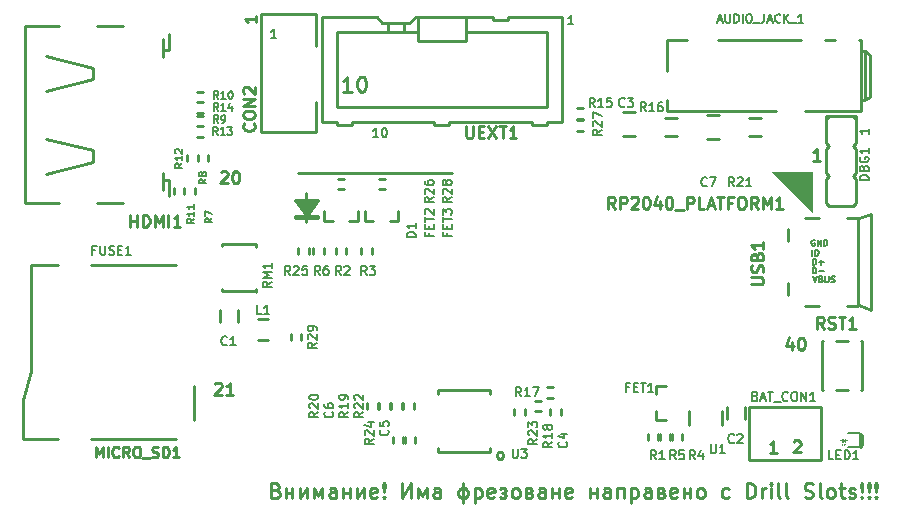
<source format=gbr>
%TF.GenerationSoftware,KiCad,Pcbnew,5.1.0-rc2-unknown-036be7d~80~ubuntu16.04.1*%
%TF.CreationDate,2022-03-09T08:52:48+02:00*%
%TF.ProjectId,RP2040-PICO-PC_rev_C,52503230-3430-42d5-9049-434f2d50435f,C*%
%TF.SameCoordinates,Original*%
%TF.FileFunction,Legend,Top*%
%TF.FilePolarity,Positive*%
%FSLAX46Y46*%
G04 Gerber Fmt 4.6, Leading zero omitted, Abs format (unit mm)*
G04 Created by KiCad (PCBNEW 5.1.0-rc2-unknown-036be7d~80~ubuntu16.04.1) date 2022-03-09 08:52:48*
%MOMM*%
%LPD*%
G04 APERTURE LIST*
%ADD10C,0.254000*%
%ADD11C,0.190500*%
%ADD12C,0.100000*%
%ADD13C,0.050000*%
%ADD14C,0.127000*%
%ADD15C,0.222250*%
%ADD16C,0.158750*%
%ADD17C,0.250000*%
%ADD18C,0.177800*%
G04 APERTURE END LIST*
D10*
X141986000Y-114935000D02*
X155067000Y-114935000D01*
D11*
X165317714Y-102325714D02*
X164882285Y-102325714D01*
X165100000Y-102325714D02*
X165100000Y-101563714D01*
X165027428Y-101672571D01*
X164954857Y-101745142D01*
X164882285Y-101781428D01*
X148825857Y-111850714D02*
X148390428Y-111850714D01*
X148608142Y-111850714D02*
X148608142Y-111088714D01*
X148535571Y-111197571D01*
X148463000Y-111270142D01*
X148390428Y-111306428D01*
X149297571Y-111088714D02*
X149370142Y-111088714D01*
X149442714Y-111125000D01*
X149479000Y-111161285D01*
X149515285Y-111233857D01*
X149551571Y-111379000D01*
X149551571Y-111560428D01*
X149515285Y-111705571D01*
X149479000Y-111778142D01*
X149442714Y-111814428D01*
X149370142Y-111850714D01*
X149297571Y-111850714D01*
X149225000Y-111814428D01*
X149188714Y-111778142D01*
X149152428Y-111705571D01*
X149116142Y-111560428D01*
X149116142Y-111379000D01*
X149152428Y-111233857D01*
X149188714Y-111161285D01*
X149225000Y-111125000D01*
X149297571Y-111088714D01*
D12*
G36*
X185547000Y-118237000D02*
G01*
X182118000Y-114808000D01*
X185547000Y-114808000D01*
X185547000Y-118237000D01*
G37*
X185547000Y-118237000D02*
X182118000Y-114808000D01*
X185547000Y-114808000D01*
X185547000Y-118237000D01*
D11*
X190336714Y-111161285D02*
X190336714Y-111596714D01*
X190336714Y-111379000D02*
X189574714Y-111379000D01*
X189683571Y-111451571D01*
X189756142Y-111524142D01*
X189792428Y-111596714D01*
D10*
%TO.C,FET1*%
X172339000Y-135077200D02*
X172339000Y-135788400D01*
X173177200Y-135788400D02*
X172339000Y-135788400D01*
X173177200Y-132943600D02*
X172339000Y-132943600D01*
X172339000Y-132943600D02*
X172339000Y-133654800D01*
%TO.C,MICRO_SD1*%
X118734840Y-134096760D02*
X119435880Y-131696460D01*
X121734580Y-122699780D02*
X119435880Y-122699780D01*
X121734580Y-137396220D02*
X118734840Y-137396220D01*
X119435880Y-131696460D02*
X119435880Y-122699780D01*
X118734840Y-137396220D02*
X118734840Y-134096760D01*
X131732020Y-137396220D02*
X124536200Y-137396220D01*
X133233160Y-132897880D02*
X133233160Y-135796020D01*
X131732020Y-122699780D02*
X124536200Y-122699780D01*
%TO.C,R12*%
X132651500Y-113665000D02*
X132651500Y-113919000D01*
X132651500Y-113665000D02*
X132651500Y-113411000D01*
X133540500Y-113665000D02*
X133540500Y-113411000D01*
X133540500Y-113665000D02*
X133540500Y-113919000D01*
%TO.C,R25*%
X142049500Y-121539000D02*
X142049500Y-121793000D01*
X142049500Y-121539000D02*
X142049500Y-121285000D01*
X142938500Y-121539000D02*
X142938500Y-121285000D01*
X142938500Y-121539000D02*
X142938500Y-121793000D01*
%TO.C,UEXT1*%
X145288000Y-110871000D02*
X145288000Y-110617000D01*
X146558000Y-110871000D02*
X146558000Y-110617000D01*
X153543000Y-110871000D02*
X153543000Y-110617000D01*
X154813000Y-110871000D02*
X154813000Y-110617000D01*
X161798000Y-110871000D02*
X161798000Y-110617000D01*
X159766000Y-101981000D02*
X159766000Y-101727000D01*
X149606000Y-102997000D02*
X149606000Y-102336600D01*
X151003000Y-102984300D02*
X151003000Y-102336600D01*
X144018000Y-110617000D02*
X144018000Y-101727000D01*
X164338000Y-101727000D02*
X159766000Y-101727000D01*
X152146000Y-102997000D02*
X145288000Y-102997000D01*
X145288000Y-109347000D02*
X145288000Y-102997000D01*
X163068000Y-109347000D02*
X163068000Y-102997000D01*
X164338000Y-110617000D02*
X164338000Y-101727000D01*
X164338000Y-110617000D02*
X163068000Y-110617000D01*
X163068000Y-109347000D02*
X145288000Y-109347000D01*
X158496000Y-101727000D02*
X152019000Y-101727000D01*
X156210000Y-102997000D02*
X163068000Y-102997000D01*
X144018000Y-110617000D02*
X145288000Y-110617000D01*
X145288000Y-110871000D02*
X146558000Y-110871000D01*
X146558000Y-110617000D02*
X153543000Y-110617000D01*
X153543000Y-110871000D02*
X154813000Y-110871000D01*
X154813000Y-110617000D02*
X161798000Y-110617000D01*
X161798000Y-110871000D02*
X163068000Y-110871000D01*
X163068000Y-110871000D02*
X163068000Y-110617000D01*
X148717000Y-101727000D02*
X144018000Y-101727000D01*
X152146000Y-103759000D02*
X152146000Y-101727000D01*
X152019000Y-101727000D02*
X151384000Y-102235000D01*
X151384000Y-102235000D02*
X149098000Y-102235000D01*
X149098000Y-102235000D02*
X148717000Y-101727000D01*
X156210000Y-101727000D02*
X156210000Y-103759000D01*
X156210000Y-103759000D02*
X152146000Y-103759000D01*
X159766000Y-101981000D02*
X158496000Y-101981000D01*
X158496000Y-101981000D02*
X158496000Y-101727000D01*
%TO.C,FET2*%
X146380200Y-118999000D02*
X147091400Y-118999000D01*
X147091400Y-118160800D02*
X147091400Y-118999000D01*
X144246600Y-118160800D02*
X144246600Y-118999000D01*
X144246600Y-118999000D02*
X144957800Y-118999000D01*
%TO.C,R19*%
X149923500Y-134620000D02*
X149923500Y-134874000D01*
X149923500Y-134620000D02*
X149923500Y-134366000D01*
X150812500Y-134620000D02*
X150812500Y-134366000D01*
X150812500Y-134620000D02*
X150812500Y-134874000D01*
%TO.C,R22*%
X151828500Y-134620000D02*
X151828500Y-134366000D01*
X151828500Y-134620000D02*
X151828500Y-134874000D01*
X150939500Y-134620000D02*
X150939500Y-134874000D01*
X150939500Y-134620000D02*
X150939500Y-134366000D01*
%TO.C,CON2*%
X143524000Y-101426000D02*
X143524000Y-104176000D01*
X138924000Y-111426000D02*
X138924000Y-101426000D01*
X138924000Y-101426000D02*
X143524000Y-101426000D01*
X138924000Y-111426000D02*
X143524000Y-111426000D01*
X143524000Y-111426000D02*
X143524000Y-108926000D01*
%TO.C,U1*%
X175120300Y-135077200D02*
X175120300Y-136207500D01*
X177927000Y-135077200D02*
X177927000Y-136207500D01*
%TO.C,DBG1*%
X189230000Y-110109000D02*
X189230000Y-110363000D01*
X189230000Y-110363000D02*
X189230000Y-112395000D01*
X189230000Y-112395000D02*
X188976000Y-112649000D01*
X188976000Y-112649000D02*
X189230000Y-112903000D01*
X189230000Y-112903000D02*
X189230000Y-114935000D01*
X189230000Y-114935000D02*
X188976000Y-115189000D01*
X188976000Y-115189000D02*
X189230000Y-115443000D01*
X189230000Y-115443000D02*
X189230000Y-117475000D01*
X189230000Y-117475000D02*
X188976000Y-117729000D01*
X188976000Y-117729000D02*
X186944000Y-117729000D01*
X186944000Y-117729000D02*
X186690000Y-117475000D01*
X186690000Y-117475000D02*
X186690000Y-115443000D01*
X188976000Y-110109000D02*
X189230000Y-110363000D01*
X186690000Y-110363000D02*
X186944000Y-110109000D01*
X186690000Y-110617000D02*
X186690000Y-110109000D01*
X186690000Y-114935000D02*
X186690000Y-112903000D01*
X186690000Y-112903000D02*
X186944000Y-112649000D01*
X186944000Y-112649000D02*
X186690000Y-112395000D01*
X186690000Y-112395000D02*
X186690000Y-110617000D01*
X186690000Y-114935000D02*
X186944000Y-115189000D01*
X186944000Y-115189000D02*
X186690000Y-115443000D01*
X189230000Y-110109000D02*
X186690000Y-110109000D01*
%TO.C,C7*%
X177673000Y-109982000D02*
X176657000Y-109982000D01*
X177673000Y-112014000D02*
X176657000Y-112014000D01*
%TO.C,C3*%
X170561000Y-109728000D02*
X169545000Y-109728000D01*
X170561000Y-111760000D02*
X169545000Y-111760000D01*
%TO.C,R28*%
X149098000Y-115379500D02*
X148844000Y-115379500D01*
X149098000Y-115379500D02*
X149352000Y-115379500D01*
X149098000Y-116268500D02*
X149352000Y-116268500D01*
X149098000Y-116268500D02*
X148844000Y-116268500D01*
%TO.C,R26*%
X145669000Y-115379500D02*
X145415000Y-115379500D01*
X145669000Y-115379500D02*
X145923000Y-115379500D01*
X145669000Y-116268500D02*
X145923000Y-116268500D01*
X145669000Y-116268500D02*
X145415000Y-116268500D01*
%TO.C,R6*%
X144208500Y-121539000D02*
X144208500Y-121285000D01*
X144208500Y-121539000D02*
X144208500Y-121793000D01*
X143319500Y-121539000D02*
X143319500Y-121793000D01*
X143319500Y-121539000D02*
X143319500Y-121285000D01*
%TO.C,FET3*%
X149809200Y-118999000D02*
X150520400Y-118999000D01*
X150520400Y-118160800D02*
X150520400Y-118999000D01*
X147675600Y-118160800D02*
X147675600Y-118999000D01*
X147675600Y-118999000D02*
X148386800Y-118999000D01*
%TO.C,AUDIO_JACK_1*%
X187483000Y-103680000D02*
X186683000Y-103680000D01*
X189683000Y-103680000D02*
X189523000Y-103680000D01*
X174983000Y-103680000D02*
X173283000Y-103680000D01*
X184583000Y-103680000D02*
X177583000Y-103680000D01*
X173283000Y-106260000D02*
X173283000Y-103680000D01*
X173283000Y-109680000D02*
X173283000Y-108680000D01*
X182483000Y-109680000D02*
X173283000Y-109680000D01*
X189683000Y-109680000D02*
X184983000Y-109680000D01*
X190038500Y-108683800D02*
X190038500Y-104594400D01*
X190038500Y-104594400D02*
X189683000Y-104594400D01*
X190483000Y-104930000D02*
X190038500Y-104594400D01*
X190483000Y-108430000D02*
X190483000Y-104930000D01*
X189987700Y-108734600D02*
X190483000Y-108430000D01*
X189683000Y-108734600D02*
X189987700Y-108734600D01*
X189683000Y-109680000D02*
X189683000Y-103680000D01*
%TO.C,R3*%
X147383500Y-121539000D02*
X147383500Y-121793000D01*
X147383500Y-121539000D02*
X147383500Y-121285000D01*
X148272500Y-121539000D02*
X148272500Y-121285000D01*
X148272500Y-121539000D02*
X148272500Y-121793000D01*
%TO.C,R2*%
X145224500Y-121539000D02*
X145224500Y-121793000D01*
X145224500Y-121539000D02*
X145224500Y-121285000D01*
X146113500Y-121539000D02*
X146113500Y-121285000D01*
X146113500Y-121539000D02*
X146113500Y-121793000D01*
%TO.C,BAT_CON1*%
X180243480Y-134701280D02*
X180243480Y-139194540D01*
X186278520Y-134701280D02*
X180243480Y-134701280D01*
X186278520Y-139217400D02*
X186278520Y-134701280D01*
X180230780Y-139217400D02*
X186278520Y-139217400D01*
%TO.C,R7*%
X132397500Y-116459000D02*
X132397500Y-116713000D01*
X132397500Y-116459000D02*
X132397500Y-116205000D01*
X133286500Y-116459000D02*
X133286500Y-116205000D01*
X133286500Y-116459000D02*
X133286500Y-116713000D01*
%TO.C,R13*%
X133731000Y-111823500D02*
X133985000Y-111823500D01*
X133731000Y-111823500D02*
X133477000Y-111823500D01*
X133731000Y-110934500D02*
X133477000Y-110934500D01*
X133731000Y-110934500D02*
X133985000Y-110934500D01*
%TO.C,R10*%
X133731000Y-108902500D02*
X133985000Y-108902500D01*
X133731000Y-108902500D02*
X133477000Y-108902500D01*
X133731000Y-108013500D02*
X133477000Y-108013500D01*
X133731000Y-108013500D02*
X133985000Y-108013500D01*
%TO.C,R11*%
X131508500Y-116459000D02*
X131508500Y-116713000D01*
X131508500Y-116459000D02*
X131508500Y-116205000D01*
X132397500Y-116459000D02*
X132397500Y-116205000D01*
X132397500Y-116459000D02*
X132397500Y-116713000D01*
%TO.C,R9*%
X133731000Y-110934500D02*
X133985000Y-110934500D01*
X133731000Y-110934500D02*
X133477000Y-110934500D01*
X133731000Y-110045500D02*
X133477000Y-110045500D01*
X133731000Y-110045500D02*
X133985000Y-110045500D01*
%TO.C,R8*%
X133540500Y-113665000D02*
X133540500Y-113919000D01*
X133540500Y-113665000D02*
X133540500Y-113411000D01*
X134429500Y-113665000D02*
X134429500Y-113411000D01*
X134429500Y-113665000D02*
X134429500Y-113919000D01*
%TO.C,R14*%
X133731000Y-109791500D02*
X133985000Y-109791500D01*
X133731000Y-109791500D02*
X133477000Y-109791500D01*
X133731000Y-108902500D02*
X133477000Y-108902500D01*
X133731000Y-108902500D02*
X133985000Y-108902500D01*
%TO.C,C1*%
X135382000Y-126492000D02*
X135382000Y-127508000D01*
X136906000Y-126492000D02*
X136906000Y-127508000D01*
%TO.C,C2*%
X179832000Y-135763000D02*
X179832000Y-134747000D01*
X178308000Y-135763000D02*
X178308000Y-134747000D01*
%TO.C,LED1*%
X189611000Y-138023600D02*
X189611000Y-136982200D01*
X189776100Y-137096500D02*
X189776100Y-137922000D01*
X189623700Y-138061700D02*
X189763400Y-137934700D01*
X189623700Y-136969500D02*
X189776100Y-137096500D01*
D13*
X188184800Y-137765600D02*
X188054800Y-137875600D01*
X188044800Y-137895600D02*
X188124800Y-137885600D01*
X188044800Y-137895600D02*
X188044800Y-137815600D01*
X188260200Y-137895600D02*
X188260200Y-137815600D01*
X188260200Y-137895600D02*
X188340200Y-137885600D01*
X188391800Y-137786600D02*
X188261800Y-137896600D01*
D12*
X188314000Y-137431000D02*
X188314000Y-137651000D01*
X188124000Y-137651000D02*
X188224000Y-137551000D01*
X188124000Y-137431000D02*
X188234000Y-137531000D01*
X188124000Y-137431000D02*
X188124000Y-137651000D01*
X187954000Y-137541000D02*
X188474000Y-137541000D01*
D14*
X188595000Y-136906000D02*
X189611000Y-136906000D01*
X189611000Y-138125200D02*
X188595000Y-138125200D01*
D10*
%TO.C,R1*%
X172529500Y-137287000D02*
X172529500Y-137033000D01*
X172529500Y-137287000D02*
X172529500Y-137541000D01*
X171640500Y-137287000D02*
X171640500Y-137541000D01*
X171640500Y-137287000D02*
X171640500Y-137033000D01*
%TO.C,R4*%
X174561500Y-137287000D02*
X174561500Y-137033000D01*
X174561500Y-137287000D02*
X174561500Y-137541000D01*
X173672500Y-137287000D02*
X173672500Y-137541000D01*
X173672500Y-137287000D02*
X173672500Y-137033000D01*
%TO.C,R5*%
X172656500Y-137287000D02*
X172656500Y-137541000D01*
X172656500Y-137287000D02*
X172656500Y-137033000D01*
X173545500Y-137287000D02*
X173545500Y-137033000D01*
X173545500Y-137287000D02*
X173545500Y-137541000D01*
%TO.C,USB1*%
X189471000Y-118728000D02*
X189471000Y-126128000D01*
X184971000Y-126128000D02*
X186171000Y-126128000D01*
X183471000Y-124228000D02*
X183471000Y-125228000D01*
X183471000Y-119628000D02*
X183471000Y-120628000D01*
X188471000Y-118728000D02*
X189471000Y-118728000D01*
X190571000Y-118364000D02*
X190571000Y-126492000D01*
X189471000Y-126128000D02*
X188471000Y-126128000D01*
X184971000Y-118728000D02*
X186171000Y-118728000D01*
X190500000Y-118364000D02*
X189484000Y-118745000D01*
X190500000Y-126492000D02*
X189484000Y-126111000D01*
%TO.C,C4*%
X163385500Y-135128000D02*
X163385500Y-135382000D01*
X163385500Y-135128000D02*
X163385500Y-134874000D01*
X164274500Y-135128000D02*
X164274500Y-134874000D01*
X164274500Y-135128000D02*
X164274500Y-135382000D01*
%TO.C,C5*%
X151066500Y-137541000D02*
X151066500Y-137795000D01*
X151066500Y-137541000D02*
X151066500Y-137287000D01*
X151955500Y-137541000D02*
X151955500Y-137287000D01*
X151955500Y-137541000D02*
X151955500Y-137795000D01*
%TO.C,C6*%
X149796500Y-134620000D02*
X149796500Y-134366000D01*
X149796500Y-134620000D02*
X149796500Y-134874000D01*
X148907500Y-134620000D02*
X148907500Y-134874000D01*
X148907500Y-134620000D02*
X148907500Y-134366000D01*
%TO.C,R16*%
X174117000Y-110236000D02*
X173101000Y-110236000D01*
X174117000Y-111760000D02*
X173101000Y-111760000D01*
%TO.C,R17*%
X163322000Y-133032500D02*
X163068000Y-133032500D01*
X163322000Y-133032500D02*
X163576000Y-133032500D01*
X163322000Y-133921500D02*
X163576000Y-133921500D01*
X163322000Y-133921500D02*
X163068000Y-133921500D01*
%TO.C,R18*%
X162306000Y-135064500D02*
X162560000Y-135064500D01*
X162306000Y-135064500D02*
X162052000Y-135064500D01*
X162306000Y-134175500D02*
X162052000Y-134175500D01*
X162306000Y-134175500D02*
X162560000Y-134175500D01*
%TO.C,R20*%
X148780500Y-134620000D02*
X148780500Y-134366000D01*
X148780500Y-134620000D02*
X148780500Y-134874000D01*
X147891500Y-134620000D02*
X147891500Y-134874000D01*
X147891500Y-134620000D02*
X147891500Y-134366000D01*
%TO.C,R21*%
X180213000Y-111760000D02*
X181229000Y-111760000D01*
X180213000Y-110236000D02*
X181229000Y-110236000D01*
%TO.C,R23*%
X161226500Y-135128000D02*
X161226500Y-134874000D01*
X161226500Y-135128000D02*
X161226500Y-135382000D01*
X160337500Y-135128000D02*
X160337500Y-135382000D01*
X160337500Y-135128000D02*
X160337500Y-134874000D01*
%TO.C,R24*%
X150050500Y-137541000D02*
X150050500Y-137795000D01*
X150050500Y-137541000D02*
X150050500Y-137287000D01*
X150939500Y-137541000D02*
X150939500Y-137287000D01*
X150939500Y-137541000D02*
X150939500Y-137795000D01*
%TO.C,R15*%
X165862000Y-110299500D02*
X166116000Y-110299500D01*
X165862000Y-110299500D02*
X165608000Y-110299500D01*
X165862000Y-109410500D02*
X165608000Y-109410500D01*
X165862000Y-109410500D02*
X166116000Y-109410500D01*
%TO.C,R27*%
X165862000Y-110426500D02*
X165608000Y-110426500D01*
X165862000Y-110426500D02*
X166116000Y-110426500D01*
X165862000Y-111315500D02*
X166116000Y-111315500D01*
X165862000Y-111315500D02*
X165608000Y-111315500D01*
%TO.C,U3*%
X153883000Y-133290000D02*
X158283000Y-133290000D01*
X153883000Y-138490000D02*
X158283000Y-138490000D01*
X158283000Y-133290000D02*
X158283000Y-133590000D01*
X153883000Y-133590000D02*
X153883000Y-133290000D01*
X153883000Y-138190000D02*
X153883000Y-138490000D01*
X158283000Y-138190000D02*
X158283000Y-138490000D01*
%TO.C,D1*%
X142735300Y-116611400D02*
X142735300Y-119087900D01*
X143687800Y-117195600D02*
X142773400Y-118567200D01*
X142773400Y-118567200D02*
X141782800Y-117195600D01*
X143687800Y-118567200D02*
X141782800Y-118567200D01*
X143687800Y-117195600D02*
X141782800Y-117195600D01*
X143687800Y-118745000D02*
X141782800Y-118745000D01*
X141782800Y-118567200D02*
X141782800Y-118745000D01*
X143687800Y-118567200D02*
X143687800Y-118745000D01*
X141986000Y-117348000D02*
X143510000Y-117348000D01*
X143383000Y-117475000D02*
X142113000Y-117475000D01*
X142240000Y-117602000D02*
X143383000Y-117602000D01*
X143129000Y-117729000D02*
X142240000Y-117729000D01*
X143129000Y-117856000D02*
X142367000Y-117856000D01*
X143002000Y-117983000D02*
X142367000Y-117983000D01*
X142875000Y-118110000D02*
X142494000Y-118110000D01*
%TO.C,L1*%
X139496800Y-129032000D02*
X138658600Y-129032000D01*
X139496800Y-127254000D02*
X138658600Y-127254000D01*
%TO.C,R29*%
X141414500Y-128778000D02*
X141414500Y-129032000D01*
X141414500Y-128778000D02*
X141414500Y-128524000D01*
X142303500Y-128778000D02*
X142303500Y-128524000D01*
X142303500Y-128778000D02*
X142303500Y-129032000D01*
%TO.C,RM1*%
X138506200Y-120929400D02*
X138506200Y-121145300D01*
X135559800Y-120929400D02*
X138506200Y-120929400D01*
X135559800Y-121119900D02*
X135559800Y-120929400D01*
X138506200Y-124942600D02*
X138506200Y-124726700D01*
X135559800Y-124917200D02*
X135559800Y-124739400D01*
X135559800Y-124929900D02*
X138506200Y-124929900D01*
%TO.C,HDMI1*%
X130566160Y-103583740D02*
X130566160Y-104482900D01*
X130566160Y-104482900D02*
X130566160Y-105082340D01*
X130566160Y-114881660D02*
X130566160Y-115481100D01*
X130566160Y-115481100D02*
X130566160Y-116380260D01*
X127167640Y-117480080D02*
X125016260Y-117480080D01*
X121818400Y-117480080D02*
X118910100Y-117480080D01*
X118910100Y-117480080D02*
X118910100Y-102483920D01*
X118910100Y-102483920D02*
X121818400Y-102483920D01*
X125016260Y-102483920D02*
X127167640Y-102483920D01*
X131066540Y-116855240D02*
X131066540Y-115481100D01*
X131066540Y-115481100D02*
X130566160Y-115481100D01*
X130566160Y-104482900D02*
X131066540Y-104482900D01*
X131066540Y-104482900D02*
X131066540Y-103096060D01*
X120650000Y-111980980D02*
X124650500Y-112981740D01*
X124650500Y-112981740D02*
X124650500Y-113979960D01*
X124650500Y-113979960D02*
X120650000Y-114980720D01*
X120650000Y-107983020D02*
X124650500Y-106982260D01*
X124650500Y-106982260D02*
X124650500Y-105984040D01*
X124650500Y-105984040D02*
X120650000Y-104983280D01*
%TO.C,RST1*%
X188587000Y-133291000D02*
X187587000Y-133291000D01*
X188587000Y-129091000D02*
X187587000Y-129091000D01*
X189787000Y-129091000D02*
X189687000Y-129091000D01*
X189787000Y-133291000D02*
X189787000Y-129091000D01*
X189687000Y-133291000D02*
X189787000Y-133291000D01*
X186387000Y-133291000D02*
X186487000Y-133291000D01*
X186387000Y-129091000D02*
X186487000Y-129091000D01*
X186387000Y-133291000D02*
X186387000Y-129091000D01*
%TO.C,FET1*%
D11*
X170053000Y-133041571D02*
X169799000Y-133041571D01*
X169799000Y-133440714D02*
X169799000Y-132678714D01*
X170161857Y-132678714D01*
X170452142Y-133041571D02*
X170706142Y-133041571D01*
X170815000Y-133440714D02*
X170452142Y-133440714D01*
X170452142Y-132678714D01*
X170815000Y-132678714D01*
X171032714Y-132678714D02*
X171468142Y-132678714D01*
X171250428Y-133440714D02*
X171250428Y-132678714D01*
X172121285Y-133440714D02*
X171685857Y-133440714D01*
X171903571Y-133440714D02*
X171903571Y-132678714D01*
X171831000Y-132787571D01*
X171758428Y-132860142D01*
X171685857Y-132896428D01*
%TO.C,RP2040_PLATFORM1*%
D10*
X168843476Y-117934619D02*
X168504809Y-117450809D01*
X168262904Y-117934619D02*
X168262904Y-116918619D01*
X168649952Y-116918619D01*
X168746714Y-116967000D01*
X168795095Y-117015380D01*
X168843476Y-117112142D01*
X168843476Y-117257285D01*
X168795095Y-117354047D01*
X168746714Y-117402428D01*
X168649952Y-117450809D01*
X168262904Y-117450809D01*
X169278904Y-117934619D02*
X169278904Y-116918619D01*
X169665952Y-116918619D01*
X169762714Y-116967000D01*
X169811095Y-117015380D01*
X169859476Y-117112142D01*
X169859476Y-117257285D01*
X169811095Y-117354047D01*
X169762714Y-117402428D01*
X169665952Y-117450809D01*
X169278904Y-117450809D01*
X170246523Y-117015380D02*
X170294904Y-116967000D01*
X170391666Y-116918619D01*
X170633571Y-116918619D01*
X170730333Y-116967000D01*
X170778714Y-117015380D01*
X170827095Y-117112142D01*
X170827095Y-117208904D01*
X170778714Y-117354047D01*
X170198142Y-117934619D01*
X170827095Y-117934619D01*
X171456047Y-116918619D02*
X171552809Y-116918619D01*
X171649571Y-116967000D01*
X171697952Y-117015380D01*
X171746333Y-117112142D01*
X171794714Y-117305666D01*
X171794714Y-117547571D01*
X171746333Y-117741095D01*
X171697952Y-117837857D01*
X171649571Y-117886238D01*
X171552809Y-117934619D01*
X171456047Y-117934619D01*
X171359285Y-117886238D01*
X171310904Y-117837857D01*
X171262523Y-117741095D01*
X171214142Y-117547571D01*
X171214142Y-117305666D01*
X171262523Y-117112142D01*
X171310904Y-117015380D01*
X171359285Y-116967000D01*
X171456047Y-116918619D01*
X172665571Y-117257285D02*
X172665571Y-117934619D01*
X172423666Y-116870238D02*
X172181761Y-117595952D01*
X172810714Y-117595952D01*
X173391285Y-116918619D02*
X173488047Y-116918619D01*
X173584809Y-116967000D01*
X173633190Y-117015380D01*
X173681571Y-117112142D01*
X173729952Y-117305666D01*
X173729952Y-117547571D01*
X173681571Y-117741095D01*
X173633190Y-117837857D01*
X173584809Y-117886238D01*
X173488047Y-117934619D01*
X173391285Y-117934619D01*
X173294523Y-117886238D01*
X173246142Y-117837857D01*
X173197761Y-117741095D01*
X173149380Y-117547571D01*
X173149380Y-117305666D01*
X173197761Y-117112142D01*
X173246142Y-117015380D01*
X173294523Y-116967000D01*
X173391285Y-116918619D01*
X173923476Y-118031380D02*
X174697571Y-118031380D01*
X174939476Y-117934619D02*
X174939476Y-116918619D01*
X175326523Y-116918619D01*
X175423285Y-116967000D01*
X175471666Y-117015380D01*
X175520047Y-117112142D01*
X175520047Y-117257285D01*
X175471666Y-117354047D01*
X175423285Y-117402428D01*
X175326523Y-117450809D01*
X174939476Y-117450809D01*
X176439285Y-117934619D02*
X175955476Y-117934619D01*
X175955476Y-116918619D01*
X176729571Y-117644333D02*
X177213380Y-117644333D01*
X176632809Y-117934619D02*
X176971476Y-116918619D01*
X177310142Y-117934619D01*
X177503666Y-116918619D02*
X178084238Y-116918619D01*
X177793952Y-117934619D02*
X177793952Y-116918619D01*
X178761571Y-117402428D02*
X178422904Y-117402428D01*
X178422904Y-117934619D02*
X178422904Y-116918619D01*
X178906714Y-116918619D01*
X179487285Y-116918619D02*
X179680809Y-116918619D01*
X179777571Y-116967000D01*
X179874333Y-117063761D01*
X179922714Y-117257285D01*
X179922714Y-117595952D01*
X179874333Y-117789476D01*
X179777571Y-117886238D01*
X179680809Y-117934619D01*
X179487285Y-117934619D01*
X179390523Y-117886238D01*
X179293761Y-117789476D01*
X179245380Y-117595952D01*
X179245380Y-117257285D01*
X179293761Y-117063761D01*
X179390523Y-116967000D01*
X179487285Y-116918619D01*
X180938714Y-117934619D02*
X180600047Y-117450809D01*
X180358142Y-117934619D02*
X180358142Y-116918619D01*
X180745190Y-116918619D01*
X180841952Y-116967000D01*
X180890333Y-117015380D01*
X180938714Y-117112142D01*
X180938714Y-117257285D01*
X180890333Y-117354047D01*
X180841952Y-117402428D01*
X180745190Y-117450809D01*
X180358142Y-117450809D01*
X181374142Y-117934619D02*
X181374142Y-116918619D01*
X181712809Y-117644333D01*
X182051476Y-116918619D01*
X182051476Y-117934619D01*
X183067476Y-117934619D02*
X182486904Y-117934619D01*
X182777190Y-117934619D02*
X182777190Y-116918619D01*
X182680428Y-117063761D01*
X182583666Y-117160523D01*
X182486904Y-117208904D01*
X183859714Y-129195285D02*
X183859714Y-129872619D01*
X183617809Y-128808238D02*
X183375904Y-129533952D01*
X184004857Y-129533952D01*
X184585428Y-128856619D02*
X184682190Y-128856619D01*
X184778952Y-128905000D01*
X184827333Y-128953380D01*
X184875714Y-129050142D01*
X184924095Y-129243666D01*
X184924095Y-129485571D01*
X184875714Y-129679095D01*
X184827333Y-129775857D01*
X184778952Y-129824238D01*
X184682190Y-129872619D01*
X184585428Y-129872619D01*
X184488666Y-129824238D01*
X184440285Y-129775857D01*
X184391904Y-129679095D01*
X184343523Y-129485571D01*
X184343523Y-129243666D01*
X184391904Y-129050142D01*
X184440285Y-128953380D01*
X184488666Y-128905000D01*
X184585428Y-128856619D01*
X134988904Y-132763380D02*
X135037285Y-132715000D01*
X135134047Y-132666619D01*
X135375952Y-132666619D01*
X135472714Y-132715000D01*
X135521095Y-132763380D01*
X135569476Y-132860142D01*
X135569476Y-132956904D01*
X135521095Y-133102047D01*
X134940523Y-133682619D01*
X135569476Y-133682619D01*
X136537095Y-133682619D02*
X135956523Y-133682619D01*
X136246809Y-133682619D02*
X136246809Y-132666619D01*
X136150047Y-132811761D01*
X136053285Y-132908523D01*
X135956523Y-132956904D01*
X135496904Y-114856380D02*
X135545285Y-114808000D01*
X135642047Y-114759619D01*
X135883952Y-114759619D01*
X135980714Y-114808000D01*
X136029095Y-114856380D01*
X136077476Y-114953142D01*
X136077476Y-115049904D01*
X136029095Y-115195047D01*
X135448523Y-115775619D01*
X136077476Y-115775619D01*
X136706428Y-114759619D02*
X136803190Y-114759619D01*
X136899952Y-114808000D01*
X136948333Y-114856380D01*
X136996714Y-114953142D01*
X137045095Y-115146666D01*
X137045095Y-115388571D01*
X136996714Y-115582095D01*
X136948333Y-115678857D01*
X136899952Y-115727238D01*
X136803190Y-115775619D01*
X136706428Y-115775619D01*
X136609666Y-115727238D01*
X136561285Y-115678857D01*
X136512904Y-115582095D01*
X136464523Y-115388571D01*
X136464523Y-115146666D01*
X136512904Y-114953142D01*
X136561285Y-114856380D01*
X136609666Y-114808000D01*
X136706428Y-114759619D01*
X186218285Y-113870619D02*
X185637714Y-113870619D01*
X185928000Y-113870619D02*
X185928000Y-112854619D01*
X185831238Y-112999761D01*
X185734476Y-113096523D01*
X185637714Y-113144904D01*
%TO.C,MICRO_SD1*%
D15*
X124904500Y-138959166D02*
X124904500Y-138070166D01*
X125200833Y-138705166D01*
X125497166Y-138070166D01*
X125497166Y-138959166D01*
X125920500Y-138959166D02*
X125920500Y-138070166D01*
X126851833Y-138874500D02*
X126809500Y-138916833D01*
X126682500Y-138959166D01*
X126597833Y-138959166D01*
X126470833Y-138916833D01*
X126386166Y-138832166D01*
X126343833Y-138747500D01*
X126301500Y-138578166D01*
X126301500Y-138451166D01*
X126343833Y-138281833D01*
X126386166Y-138197166D01*
X126470833Y-138112500D01*
X126597833Y-138070166D01*
X126682500Y-138070166D01*
X126809500Y-138112500D01*
X126851833Y-138154833D01*
X127740833Y-138959166D02*
X127444500Y-138535833D01*
X127232833Y-138959166D02*
X127232833Y-138070166D01*
X127571500Y-138070166D01*
X127656166Y-138112500D01*
X127698500Y-138154833D01*
X127740833Y-138239500D01*
X127740833Y-138366500D01*
X127698500Y-138451166D01*
X127656166Y-138493500D01*
X127571500Y-138535833D01*
X127232833Y-138535833D01*
X128291166Y-138070166D02*
X128460500Y-138070166D01*
X128545166Y-138112500D01*
X128629833Y-138197166D01*
X128672166Y-138366500D01*
X128672166Y-138662833D01*
X128629833Y-138832166D01*
X128545166Y-138916833D01*
X128460500Y-138959166D01*
X128291166Y-138959166D01*
X128206500Y-138916833D01*
X128121833Y-138832166D01*
X128079500Y-138662833D01*
X128079500Y-138366500D01*
X128121833Y-138197166D01*
X128206500Y-138112500D01*
X128291166Y-138070166D01*
X128841500Y-139043833D02*
X129518833Y-139043833D01*
X129688166Y-138916833D02*
X129815166Y-138959166D01*
X130026833Y-138959166D01*
X130111500Y-138916833D01*
X130153833Y-138874500D01*
X130196166Y-138789833D01*
X130196166Y-138705166D01*
X130153833Y-138620500D01*
X130111500Y-138578166D01*
X130026833Y-138535833D01*
X129857500Y-138493500D01*
X129772833Y-138451166D01*
X129730500Y-138408833D01*
X129688166Y-138324166D01*
X129688166Y-138239500D01*
X129730500Y-138154833D01*
X129772833Y-138112500D01*
X129857500Y-138070166D01*
X130069166Y-138070166D01*
X130196166Y-138112500D01*
X130577166Y-138959166D02*
X130577166Y-138070166D01*
X130788833Y-138070166D01*
X130915833Y-138112500D01*
X131000500Y-138197166D01*
X131042833Y-138281833D01*
X131085166Y-138451166D01*
X131085166Y-138578166D01*
X131042833Y-138747500D01*
X131000500Y-138832166D01*
X130915833Y-138916833D01*
X130788833Y-138959166D01*
X130577166Y-138959166D01*
X131931833Y-138959166D02*
X131423833Y-138959166D01*
X131677833Y-138959166D02*
X131677833Y-138070166D01*
X131593166Y-138197166D01*
X131508500Y-138281833D01*
X131423833Y-138324166D01*
%TO.C,R12*%
D16*
X132240261Y-114073214D02*
X131937880Y-114284880D01*
X132240261Y-114436071D02*
X131605261Y-114436071D01*
X131605261Y-114194166D01*
X131635500Y-114133690D01*
X131665738Y-114103452D01*
X131726214Y-114073214D01*
X131816928Y-114073214D01*
X131877404Y-114103452D01*
X131907642Y-114133690D01*
X131937880Y-114194166D01*
X131937880Y-114436071D01*
X132240261Y-113468452D02*
X132240261Y-113831309D01*
X132240261Y-113649880D02*
X131605261Y-113649880D01*
X131695976Y-113710357D01*
X131756452Y-113770833D01*
X131786690Y-113831309D01*
X131665738Y-113226547D02*
X131635500Y-113196309D01*
X131605261Y-113135833D01*
X131605261Y-112984642D01*
X131635500Y-112924166D01*
X131665738Y-112893928D01*
X131726214Y-112863690D01*
X131786690Y-112863690D01*
X131877404Y-112893928D01*
X132240261Y-113256785D01*
X132240261Y-112863690D01*
%TO.C,R25*%
D11*
X141369142Y-123534714D02*
X141115142Y-123171857D01*
X140933714Y-123534714D02*
X140933714Y-122772714D01*
X141224000Y-122772714D01*
X141296571Y-122809000D01*
X141332857Y-122845285D01*
X141369142Y-122917857D01*
X141369142Y-123026714D01*
X141332857Y-123099285D01*
X141296571Y-123135571D01*
X141224000Y-123171857D01*
X140933714Y-123171857D01*
X141659428Y-122845285D02*
X141695714Y-122809000D01*
X141768285Y-122772714D01*
X141949714Y-122772714D01*
X142022285Y-122809000D01*
X142058571Y-122845285D01*
X142094857Y-122917857D01*
X142094857Y-122990428D01*
X142058571Y-123099285D01*
X141623142Y-123534714D01*
X142094857Y-123534714D01*
X142784285Y-122772714D02*
X142421428Y-122772714D01*
X142385142Y-123135571D01*
X142421428Y-123099285D01*
X142494000Y-123063000D01*
X142675428Y-123063000D01*
X142748000Y-123099285D01*
X142784285Y-123135571D01*
X142820571Y-123208142D01*
X142820571Y-123389571D01*
X142784285Y-123462142D01*
X142748000Y-123498428D01*
X142675428Y-123534714D01*
X142494000Y-123534714D01*
X142421428Y-123498428D01*
X142385142Y-123462142D01*
%TO.C,UEXT1*%
D10*
X156264428Y-110949619D02*
X156264428Y-111772095D01*
X156312809Y-111868857D01*
X156361190Y-111917238D01*
X156457952Y-111965619D01*
X156651476Y-111965619D01*
X156748238Y-111917238D01*
X156796619Y-111868857D01*
X156845000Y-111772095D01*
X156845000Y-110949619D01*
X157328809Y-111433428D02*
X157667476Y-111433428D01*
X157812619Y-111965619D02*
X157328809Y-111965619D01*
X157328809Y-110949619D01*
X157812619Y-110949619D01*
X158151285Y-110949619D02*
X158828619Y-111965619D01*
X158828619Y-110949619D02*
X158151285Y-111965619D01*
X159070523Y-110949619D02*
X159651095Y-110949619D01*
X159360809Y-111965619D02*
X159360809Y-110949619D01*
X160521952Y-111965619D02*
X159941380Y-111965619D01*
X160231666Y-111965619D02*
X160231666Y-110949619D01*
X160134904Y-111094761D01*
X160038142Y-111191523D01*
X159941380Y-111239904D01*
X146570095Y-108016523D02*
X145844380Y-108016523D01*
X146207238Y-108016523D02*
X146207238Y-106746523D01*
X146086285Y-106927952D01*
X145965333Y-107048904D01*
X145844380Y-107109380D01*
X147356285Y-106746523D02*
X147477238Y-106746523D01*
X147598190Y-106807000D01*
X147658666Y-106867476D01*
X147719142Y-106988428D01*
X147779619Y-107230333D01*
X147779619Y-107532714D01*
X147719142Y-107774619D01*
X147658666Y-107895571D01*
X147598190Y-107956047D01*
X147477238Y-108016523D01*
X147356285Y-108016523D01*
X147235333Y-107956047D01*
X147174857Y-107895571D01*
X147114380Y-107774619D01*
X147053904Y-107532714D01*
X147053904Y-107230333D01*
X147114380Y-106988428D01*
X147174857Y-106867476D01*
X147235333Y-106807000D01*
X147356285Y-106746523D01*
%TO.C,FET2*%
D11*
X153107571Y-120015000D02*
X153107571Y-120269000D01*
X153506714Y-120269000D02*
X152744714Y-120269000D01*
X152744714Y-119906142D01*
X153107571Y-119615857D02*
X153107571Y-119361857D01*
X153506714Y-119253000D02*
X153506714Y-119615857D01*
X152744714Y-119615857D01*
X152744714Y-119253000D01*
X152744714Y-119035285D02*
X152744714Y-118599857D01*
X153506714Y-118817571D02*
X152744714Y-118817571D01*
X152817285Y-118382142D02*
X152781000Y-118345857D01*
X152744714Y-118273285D01*
X152744714Y-118091857D01*
X152781000Y-118019285D01*
X152817285Y-117983000D01*
X152889857Y-117946714D01*
X152962428Y-117946714D01*
X153071285Y-117983000D01*
X153506714Y-118418428D01*
X153506714Y-117946714D01*
%TO.C,R19*%
X146267714Y-135109857D02*
X145904857Y-135363857D01*
X146267714Y-135545285D02*
X145505714Y-135545285D01*
X145505714Y-135255000D01*
X145542000Y-135182428D01*
X145578285Y-135146142D01*
X145650857Y-135109857D01*
X145759714Y-135109857D01*
X145832285Y-135146142D01*
X145868571Y-135182428D01*
X145904857Y-135255000D01*
X145904857Y-135545285D01*
X146267714Y-134384142D02*
X146267714Y-134819571D01*
X146267714Y-134601857D02*
X145505714Y-134601857D01*
X145614571Y-134674428D01*
X145687142Y-134747000D01*
X145723428Y-134819571D01*
X146267714Y-134021285D02*
X146267714Y-133876142D01*
X146231428Y-133803571D01*
X146195142Y-133767285D01*
X146086285Y-133694714D01*
X145941142Y-133658428D01*
X145650857Y-133658428D01*
X145578285Y-133694714D01*
X145542000Y-133731000D01*
X145505714Y-133803571D01*
X145505714Y-133948714D01*
X145542000Y-134021285D01*
X145578285Y-134057571D01*
X145650857Y-134093857D01*
X145832285Y-134093857D01*
X145904857Y-134057571D01*
X145941142Y-134021285D01*
X145977428Y-133948714D01*
X145977428Y-133803571D01*
X145941142Y-133731000D01*
X145904857Y-133694714D01*
X145832285Y-133658428D01*
%TO.C,R22*%
X147537714Y-135109857D02*
X147174857Y-135363857D01*
X147537714Y-135545285D02*
X146775714Y-135545285D01*
X146775714Y-135255000D01*
X146812000Y-135182428D01*
X146848285Y-135146142D01*
X146920857Y-135109857D01*
X147029714Y-135109857D01*
X147102285Y-135146142D01*
X147138571Y-135182428D01*
X147174857Y-135255000D01*
X147174857Y-135545285D01*
X146848285Y-134819571D02*
X146812000Y-134783285D01*
X146775714Y-134710714D01*
X146775714Y-134529285D01*
X146812000Y-134456714D01*
X146848285Y-134420428D01*
X146920857Y-134384142D01*
X146993428Y-134384142D01*
X147102285Y-134420428D01*
X147537714Y-134855857D01*
X147537714Y-134384142D01*
X146848285Y-134093857D02*
X146812000Y-134057571D01*
X146775714Y-133985000D01*
X146775714Y-133803571D01*
X146812000Y-133731000D01*
X146848285Y-133694714D01*
X146920857Y-133658428D01*
X146993428Y-133658428D01*
X147102285Y-133694714D01*
X147537714Y-134130142D01*
X147537714Y-133658428D01*
%TO.C,CON2*%
D10*
X138284857Y-110707714D02*
X138333238Y-110756095D01*
X138381619Y-110901238D01*
X138381619Y-110998000D01*
X138333238Y-111143142D01*
X138236476Y-111239904D01*
X138139714Y-111288285D01*
X137946190Y-111336666D01*
X137801047Y-111336666D01*
X137607523Y-111288285D01*
X137510761Y-111239904D01*
X137414000Y-111143142D01*
X137365619Y-110998000D01*
X137365619Y-110901238D01*
X137414000Y-110756095D01*
X137462380Y-110707714D01*
X137365619Y-110078761D02*
X137365619Y-109885238D01*
X137414000Y-109788476D01*
X137510761Y-109691714D01*
X137704285Y-109643333D01*
X138042952Y-109643333D01*
X138236476Y-109691714D01*
X138333238Y-109788476D01*
X138381619Y-109885238D01*
X138381619Y-110078761D01*
X138333238Y-110175523D01*
X138236476Y-110272285D01*
X138042952Y-110320666D01*
X137704285Y-110320666D01*
X137510761Y-110272285D01*
X137414000Y-110175523D01*
X137365619Y-110078761D01*
X138381619Y-109207904D02*
X137365619Y-109207904D01*
X138381619Y-108627333D01*
X137365619Y-108627333D01*
X137462380Y-108191904D02*
X137414000Y-108143523D01*
X137365619Y-108046761D01*
X137365619Y-107804857D01*
X137414000Y-107708095D01*
X137462380Y-107659714D01*
X137559142Y-107611333D01*
X137655904Y-107611333D01*
X137801047Y-107659714D01*
X138381619Y-108240285D01*
X138381619Y-107611333D01*
D11*
X140171714Y-103468714D02*
X139736285Y-103468714D01*
X139954000Y-103468714D02*
X139954000Y-102706714D01*
X139881428Y-102815571D01*
X139808857Y-102888142D01*
X139736285Y-102924428D01*
D17*
X138501380Y-101568285D02*
X138501380Y-102139714D01*
X138501380Y-101854000D02*
X137501380Y-101854000D01*
X137644238Y-101949238D01*
X137739476Y-102044476D01*
X137787095Y-102139714D01*
%TO.C,U1*%
D11*
X176965428Y-137885714D02*
X176965428Y-138502571D01*
X177001714Y-138575142D01*
X177038000Y-138611428D01*
X177110571Y-138647714D01*
X177255714Y-138647714D01*
X177328285Y-138611428D01*
X177364571Y-138575142D01*
X177400857Y-138502571D01*
X177400857Y-137885714D01*
X178162857Y-138647714D02*
X177727428Y-138647714D01*
X177945142Y-138647714D02*
X177945142Y-137885714D01*
X177872571Y-137994571D01*
X177800000Y-138067142D01*
X177727428Y-138103428D01*
%TO.C,DBG1*%
X190336714Y-115497428D02*
X189574714Y-115497428D01*
X189574714Y-115316000D01*
X189611000Y-115207142D01*
X189683571Y-115134571D01*
X189756142Y-115098285D01*
X189901285Y-115062000D01*
X190010142Y-115062000D01*
X190155285Y-115098285D01*
X190227857Y-115134571D01*
X190300428Y-115207142D01*
X190336714Y-115316000D01*
X190336714Y-115497428D01*
X189937571Y-114481428D02*
X189973857Y-114372571D01*
X190010142Y-114336285D01*
X190082714Y-114300000D01*
X190191571Y-114300000D01*
X190264142Y-114336285D01*
X190300428Y-114372571D01*
X190336714Y-114445142D01*
X190336714Y-114735428D01*
X189574714Y-114735428D01*
X189574714Y-114481428D01*
X189611000Y-114408857D01*
X189647285Y-114372571D01*
X189719857Y-114336285D01*
X189792428Y-114336285D01*
X189865000Y-114372571D01*
X189901285Y-114408857D01*
X189937571Y-114481428D01*
X189937571Y-114735428D01*
X189611000Y-113574285D02*
X189574714Y-113646857D01*
X189574714Y-113755714D01*
X189611000Y-113864571D01*
X189683571Y-113937142D01*
X189756142Y-113973428D01*
X189901285Y-114009714D01*
X190010142Y-114009714D01*
X190155285Y-113973428D01*
X190227857Y-113937142D01*
X190300428Y-113864571D01*
X190336714Y-113755714D01*
X190336714Y-113683142D01*
X190300428Y-113574285D01*
X190264142Y-113538000D01*
X190010142Y-113538000D01*
X190010142Y-113683142D01*
X190336714Y-112812285D02*
X190336714Y-113247714D01*
X190336714Y-113030000D02*
X189574714Y-113030000D01*
X189683571Y-113102571D01*
X189756142Y-113175142D01*
X189792428Y-113247714D01*
%TO.C,C7*%
X176657000Y-115969142D02*
X176620714Y-116005428D01*
X176511857Y-116041714D01*
X176439285Y-116041714D01*
X176330428Y-116005428D01*
X176257857Y-115932857D01*
X176221571Y-115860285D01*
X176185285Y-115715142D01*
X176185285Y-115606285D01*
X176221571Y-115461142D01*
X176257857Y-115388571D01*
X176330428Y-115316000D01*
X176439285Y-115279714D01*
X176511857Y-115279714D01*
X176620714Y-115316000D01*
X176657000Y-115352285D01*
X176911000Y-115279714D02*
X177419000Y-115279714D01*
X177092428Y-116041714D01*
%TO.C,C3*%
X169672000Y-109238142D02*
X169635714Y-109274428D01*
X169526857Y-109310714D01*
X169454285Y-109310714D01*
X169345428Y-109274428D01*
X169272857Y-109201857D01*
X169236571Y-109129285D01*
X169200285Y-108984142D01*
X169200285Y-108875285D01*
X169236571Y-108730142D01*
X169272857Y-108657571D01*
X169345428Y-108585000D01*
X169454285Y-108548714D01*
X169526857Y-108548714D01*
X169635714Y-108585000D01*
X169672000Y-108621285D01*
X169926000Y-108548714D02*
X170397714Y-108548714D01*
X170143714Y-108839000D01*
X170252571Y-108839000D01*
X170325142Y-108875285D01*
X170361428Y-108911571D01*
X170397714Y-108984142D01*
X170397714Y-109165571D01*
X170361428Y-109238142D01*
X170325142Y-109274428D01*
X170252571Y-109310714D01*
X170034857Y-109310714D01*
X169962285Y-109274428D01*
X169926000Y-109238142D01*
%TO.C,R28*%
X155030714Y-116948857D02*
X154667857Y-117202857D01*
X155030714Y-117384285D02*
X154268714Y-117384285D01*
X154268714Y-117094000D01*
X154305000Y-117021428D01*
X154341285Y-116985142D01*
X154413857Y-116948857D01*
X154522714Y-116948857D01*
X154595285Y-116985142D01*
X154631571Y-117021428D01*
X154667857Y-117094000D01*
X154667857Y-117384285D01*
X154341285Y-116658571D02*
X154305000Y-116622285D01*
X154268714Y-116549714D01*
X154268714Y-116368285D01*
X154305000Y-116295714D01*
X154341285Y-116259428D01*
X154413857Y-116223142D01*
X154486428Y-116223142D01*
X154595285Y-116259428D01*
X155030714Y-116694857D01*
X155030714Y-116223142D01*
X154595285Y-115787714D02*
X154559000Y-115860285D01*
X154522714Y-115896571D01*
X154450142Y-115932857D01*
X154413857Y-115932857D01*
X154341285Y-115896571D01*
X154305000Y-115860285D01*
X154268714Y-115787714D01*
X154268714Y-115642571D01*
X154305000Y-115570000D01*
X154341285Y-115533714D01*
X154413857Y-115497428D01*
X154450142Y-115497428D01*
X154522714Y-115533714D01*
X154559000Y-115570000D01*
X154595285Y-115642571D01*
X154595285Y-115787714D01*
X154631571Y-115860285D01*
X154667857Y-115896571D01*
X154740428Y-115932857D01*
X154885571Y-115932857D01*
X154958142Y-115896571D01*
X154994428Y-115860285D01*
X155030714Y-115787714D01*
X155030714Y-115642571D01*
X154994428Y-115570000D01*
X154958142Y-115533714D01*
X154885571Y-115497428D01*
X154740428Y-115497428D01*
X154667857Y-115533714D01*
X154631571Y-115570000D01*
X154595285Y-115642571D01*
%TO.C,R26*%
X153506714Y-116948857D02*
X153143857Y-117202857D01*
X153506714Y-117384285D02*
X152744714Y-117384285D01*
X152744714Y-117094000D01*
X152781000Y-117021428D01*
X152817285Y-116985142D01*
X152889857Y-116948857D01*
X152998714Y-116948857D01*
X153071285Y-116985142D01*
X153107571Y-117021428D01*
X153143857Y-117094000D01*
X153143857Y-117384285D01*
X152817285Y-116658571D02*
X152781000Y-116622285D01*
X152744714Y-116549714D01*
X152744714Y-116368285D01*
X152781000Y-116295714D01*
X152817285Y-116259428D01*
X152889857Y-116223142D01*
X152962428Y-116223142D01*
X153071285Y-116259428D01*
X153506714Y-116694857D01*
X153506714Y-116223142D01*
X152744714Y-115570000D02*
X152744714Y-115715142D01*
X152781000Y-115787714D01*
X152817285Y-115824000D01*
X152926142Y-115896571D01*
X153071285Y-115932857D01*
X153361571Y-115932857D01*
X153434142Y-115896571D01*
X153470428Y-115860285D01*
X153506714Y-115787714D01*
X153506714Y-115642571D01*
X153470428Y-115570000D01*
X153434142Y-115533714D01*
X153361571Y-115497428D01*
X153180142Y-115497428D01*
X153107571Y-115533714D01*
X153071285Y-115570000D01*
X153035000Y-115642571D01*
X153035000Y-115787714D01*
X153071285Y-115860285D01*
X153107571Y-115896571D01*
X153180142Y-115932857D01*
%TO.C,R6*%
X143891000Y-123534714D02*
X143637000Y-123171857D01*
X143455571Y-123534714D02*
X143455571Y-122772714D01*
X143745857Y-122772714D01*
X143818428Y-122809000D01*
X143854714Y-122845285D01*
X143891000Y-122917857D01*
X143891000Y-123026714D01*
X143854714Y-123099285D01*
X143818428Y-123135571D01*
X143745857Y-123171857D01*
X143455571Y-123171857D01*
X144544142Y-122772714D02*
X144399000Y-122772714D01*
X144326428Y-122809000D01*
X144290142Y-122845285D01*
X144217571Y-122954142D01*
X144181285Y-123099285D01*
X144181285Y-123389571D01*
X144217571Y-123462142D01*
X144253857Y-123498428D01*
X144326428Y-123534714D01*
X144471571Y-123534714D01*
X144544142Y-123498428D01*
X144580428Y-123462142D01*
X144616714Y-123389571D01*
X144616714Y-123208142D01*
X144580428Y-123135571D01*
X144544142Y-123099285D01*
X144471571Y-123063000D01*
X144326428Y-123063000D01*
X144253857Y-123099285D01*
X144217571Y-123135571D01*
X144181285Y-123208142D01*
%TO.C,FET3*%
X154631571Y-120015000D02*
X154631571Y-120269000D01*
X155030714Y-120269000D02*
X154268714Y-120269000D01*
X154268714Y-119906142D01*
X154631571Y-119615857D02*
X154631571Y-119361857D01*
X155030714Y-119253000D02*
X155030714Y-119615857D01*
X154268714Y-119615857D01*
X154268714Y-119253000D01*
X154268714Y-119035285D02*
X154268714Y-118599857D01*
X155030714Y-118817571D02*
X154268714Y-118817571D01*
X154268714Y-118418428D02*
X154268714Y-117946714D01*
X154559000Y-118200714D01*
X154559000Y-118091857D01*
X154595285Y-118019285D01*
X154631571Y-117983000D01*
X154704142Y-117946714D01*
X154885571Y-117946714D01*
X154958142Y-117983000D01*
X154994428Y-118019285D01*
X155030714Y-118091857D01*
X155030714Y-118309571D01*
X154994428Y-118382142D01*
X154958142Y-118418428D01*
%TO.C,AUDIO_JACK_1*%
D18*
X177571400Y-101972533D02*
X177910066Y-101972533D01*
X177503666Y-102175733D02*
X177740733Y-101464533D01*
X177977800Y-102175733D01*
X178214866Y-101464533D02*
X178214866Y-102040266D01*
X178248733Y-102108000D01*
X178282600Y-102141866D01*
X178350333Y-102175733D01*
X178485800Y-102175733D01*
X178553533Y-102141866D01*
X178587400Y-102108000D01*
X178621266Y-102040266D01*
X178621266Y-101464533D01*
X178959933Y-102175733D02*
X178959933Y-101464533D01*
X179129266Y-101464533D01*
X179230866Y-101498400D01*
X179298600Y-101566133D01*
X179332466Y-101633866D01*
X179366333Y-101769333D01*
X179366333Y-101870933D01*
X179332466Y-102006400D01*
X179298600Y-102074133D01*
X179230866Y-102141866D01*
X179129266Y-102175733D01*
X178959933Y-102175733D01*
X179671133Y-102175733D02*
X179671133Y-101464533D01*
X180145266Y-101464533D02*
X180280733Y-101464533D01*
X180348466Y-101498400D01*
X180416200Y-101566133D01*
X180450066Y-101701600D01*
X180450066Y-101938666D01*
X180416200Y-102074133D01*
X180348466Y-102141866D01*
X180280733Y-102175733D01*
X180145266Y-102175733D01*
X180077533Y-102141866D01*
X180009800Y-102074133D01*
X179975933Y-101938666D01*
X179975933Y-101701600D01*
X180009800Y-101566133D01*
X180077533Y-101498400D01*
X180145266Y-101464533D01*
X180585533Y-102243466D02*
X181127400Y-102243466D01*
X181499933Y-101464533D02*
X181499933Y-101972533D01*
X181466066Y-102074133D01*
X181398333Y-102141866D01*
X181296733Y-102175733D01*
X181229000Y-102175733D01*
X181804733Y-101972533D02*
X182143400Y-101972533D01*
X181737000Y-102175733D02*
X181974066Y-101464533D01*
X182211133Y-102175733D01*
X182854600Y-102108000D02*
X182820733Y-102141866D01*
X182719133Y-102175733D01*
X182651400Y-102175733D01*
X182549800Y-102141866D01*
X182482066Y-102074133D01*
X182448200Y-102006400D01*
X182414333Y-101870933D01*
X182414333Y-101769333D01*
X182448200Y-101633866D01*
X182482066Y-101566133D01*
X182549800Y-101498400D01*
X182651400Y-101464533D01*
X182719133Y-101464533D01*
X182820733Y-101498400D01*
X182854600Y-101532266D01*
X183159400Y-102175733D02*
X183159400Y-101464533D01*
X183565800Y-102175733D02*
X183261000Y-101769333D01*
X183565800Y-101464533D02*
X183159400Y-101870933D01*
X183701266Y-102243466D02*
X184243133Y-102243466D01*
X184785000Y-102175733D02*
X184378600Y-102175733D01*
X184581800Y-102175733D02*
X184581800Y-101464533D01*
X184514066Y-101566133D01*
X184446333Y-101633866D01*
X184378600Y-101667733D01*
%TO.C,R3*%
D11*
X147828000Y-123534714D02*
X147574000Y-123171857D01*
X147392571Y-123534714D02*
X147392571Y-122772714D01*
X147682857Y-122772714D01*
X147755428Y-122809000D01*
X147791714Y-122845285D01*
X147828000Y-122917857D01*
X147828000Y-123026714D01*
X147791714Y-123099285D01*
X147755428Y-123135571D01*
X147682857Y-123171857D01*
X147392571Y-123171857D01*
X148082000Y-122772714D02*
X148553714Y-122772714D01*
X148299714Y-123063000D01*
X148408571Y-123063000D01*
X148481142Y-123099285D01*
X148517428Y-123135571D01*
X148553714Y-123208142D01*
X148553714Y-123389571D01*
X148517428Y-123462142D01*
X148481142Y-123498428D01*
X148408571Y-123534714D01*
X148190857Y-123534714D01*
X148118285Y-123498428D01*
X148082000Y-123462142D01*
%TO.C,R2*%
X145669000Y-123534714D02*
X145415000Y-123171857D01*
X145233571Y-123534714D02*
X145233571Y-122772714D01*
X145523857Y-122772714D01*
X145596428Y-122809000D01*
X145632714Y-122845285D01*
X145669000Y-122917857D01*
X145669000Y-123026714D01*
X145632714Y-123099285D01*
X145596428Y-123135571D01*
X145523857Y-123171857D01*
X145233571Y-123171857D01*
X145959285Y-122845285D02*
X145995571Y-122809000D01*
X146068142Y-122772714D01*
X146249571Y-122772714D01*
X146322142Y-122809000D01*
X146358428Y-122845285D01*
X146394714Y-122917857D01*
X146394714Y-122990428D01*
X146358428Y-123099285D01*
X145923000Y-123534714D01*
X146394714Y-123534714D01*
%TO.C,BAT_CON1*%
X180739142Y-133803571D02*
X180848000Y-133839857D01*
X180884285Y-133876142D01*
X180920571Y-133948714D01*
X180920571Y-134057571D01*
X180884285Y-134130142D01*
X180848000Y-134166428D01*
X180775428Y-134202714D01*
X180485142Y-134202714D01*
X180485142Y-133440714D01*
X180739142Y-133440714D01*
X180811714Y-133477000D01*
X180848000Y-133513285D01*
X180884285Y-133585857D01*
X180884285Y-133658428D01*
X180848000Y-133731000D01*
X180811714Y-133767285D01*
X180739142Y-133803571D01*
X180485142Y-133803571D01*
X181210857Y-133985000D02*
X181573714Y-133985000D01*
X181138285Y-134202714D02*
X181392285Y-133440714D01*
X181646285Y-134202714D01*
X181791428Y-133440714D02*
X182226857Y-133440714D01*
X182009142Y-134202714D02*
X182009142Y-133440714D01*
X182299428Y-134275285D02*
X182880000Y-134275285D01*
X183496857Y-134130142D02*
X183460571Y-134166428D01*
X183351714Y-134202714D01*
X183279142Y-134202714D01*
X183170285Y-134166428D01*
X183097714Y-134093857D01*
X183061428Y-134021285D01*
X183025142Y-133876142D01*
X183025142Y-133767285D01*
X183061428Y-133622142D01*
X183097714Y-133549571D01*
X183170285Y-133477000D01*
X183279142Y-133440714D01*
X183351714Y-133440714D01*
X183460571Y-133477000D01*
X183496857Y-133513285D01*
X183968571Y-133440714D02*
X184113714Y-133440714D01*
X184186285Y-133477000D01*
X184258857Y-133549571D01*
X184295142Y-133694714D01*
X184295142Y-133948714D01*
X184258857Y-134093857D01*
X184186285Y-134166428D01*
X184113714Y-134202714D01*
X183968571Y-134202714D01*
X183896000Y-134166428D01*
X183823428Y-134093857D01*
X183787142Y-133948714D01*
X183787142Y-133694714D01*
X183823428Y-133549571D01*
X183896000Y-133477000D01*
X183968571Y-133440714D01*
X184621714Y-134202714D02*
X184621714Y-133440714D01*
X185057142Y-134202714D01*
X185057142Y-133440714D01*
X185819142Y-134202714D02*
X185383714Y-134202714D01*
X185601428Y-134202714D02*
X185601428Y-133440714D01*
X185528857Y-133549571D01*
X185456285Y-133622142D01*
X185383714Y-133658428D01*
D10*
X182568305Y-138607679D02*
X181987734Y-138607679D01*
X182278020Y-138607679D02*
X182278020Y-137591679D01*
X182181258Y-137736821D01*
X182084496Y-137833583D01*
X181987734Y-137881964D01*
X183991794Y-137637640D02*
X184040175Y-137589260D01*
X184136937Y-137540879D01*
X184378841Y-137540879D01*
X184475603Y-137589260D01*
X184523984Y-137637640D01*
X184572365Y-137734402D01*
X184572365Y-137831164D01*
X184523984Y-137976307D01*
X183943413Y-138556879D01*
X184572365Y-138556879D01*
%TO.C,R7*%
D16*
X134780261Y-118723833D02*
X134477880Y-118935500D01*
X134780261Y-119086690D02*
X134145261Y-119086690D01*
X134145261Y-118844785D01*
X134175500Y-118784309D01*
X134205738Y-118754071D01*
X134266214Y-118723833D01*
X134356928Y-118723833D01*
X134417404Y-118754071D01*
X134447642Y-118784309D01*
X134477880Y-118844785D01*
X134477880Y-119086690D01*
X134145261Y-118512166D02*
X134145261Y-118088833D01*
X134780261Y-118360976D01*
%TO.C,R13*%
X135227785Y-111666261D02*
X135016119Y-111363880D01*
X134864928Y-111666261D02*
X134864928Y-111031261D01*
X135106833Y-111031261D01*
X135167309Y-111061500D01*
X135197547Y-111091738D01*
X135227785Y-111152214D01*
X135227785Y-111242928D01*
X135197547Y-111303404D01*
X135167309Y-111333642D01*
X135106833Y-111363880D01*
X134864928Y-111363880D01*
X135832547Y-111666261D02*
X135469690Y-111666261D01*
X135651119Y-111666261D02*
X135651119Y-111031261D01*
X135590642Y-111121976D01*
X135530166Y-111182452D01*
X135469690Y-111212690D01*
X136044214Y-111031261D02*
X136437309Y-111031261D01*
X136225642Y-111273166D01*
X136316357Y-111273166D01*
X136376833Y-111303404D01*
X136407071Y-111333642D01*
X136437309Y-111394119D01*
X136437309Y-111545309D01*
X136407071Y-111605785D01*
X136376833Y-111636023D01*
X136316357Y-111666261D01*
X136134928Y-111666261D01*
X136074452Y-111636023D01*
X136044214Y-111605785D01*
%TO.C,R10*%
X135291285Y-108618261D02*
X135079619Y-108315880D01*
X134928428Y-108618261D02*
X134928428Y-107983261D01*
X135170333Y-107983261D01*
X135230809Y-108013500D01*
X135261047Y-108043738D01*
X135291285Y-108104214D01*
X135291285Y-108194928D01*
X135261047Y-108255404D01*
X135230809Y-108285642D01*
X135170333Y-108315880D01*
X134928428Y-108315880D01*
X135896047Y-108618261D02*
X135533190Y-108618261D01*
X135714619Y-108618261D02*
X135714619Y-107983261D01*
X135654142Y-108073976D01*
X135593666Y-108134452D01*
X135533190Y-108164690D01*
X136289142Y-107983261D02*
X136349619Y-107983261D01*
X136410095Y-108013500D01*
X136440333Y-108043738D01*
X136470571Y-108104214D01*
X136500809Y-108225166D01*
X136500809Y-108376357D01*
X136470571Y-108497309D01*
X136440333Y-108557785D01*
X136410095Y-108588023D01*
X136349619Y-108618261D01*
X136289142Y-108618261D01*
X136228666Y-108588023D01*
X136198428Y-108557785D01*
X136168190Y-108497309D01*
X136137952Y-108376357D01*
X136137952Y-108225166D01*
X136168190Y-108104214D01*
X136198428Y-108043738D01*
X136228666Y-108013500D01*
X136289142Y-107983261D01*
%TO.C,R11*%
X133256261Y-118772214D02*
X132953880Y-118983880D01*
X133256261Y-119135071D02*
X132621261Y-119135071D01*
X132621261Y-118893166D01*
X132651500Y-118832690D01*
X132681738Y-118802452D01*
X132742214Y-118772214D01*
X132832928Y-118772214D01*
X132893404Y-118802452D01*
X132923642Y-118832690D01*
X132953880Y-118893166D01*
X132953880Y-119135071D01*
X133256261Y-118167452D02*
X133256261Y-118530309D01*
X133256261Y-118348880D02*
X132621261Y-118348880D01*
X132711976Y-118409357D01*
X132772452Y-118469833D01*
X132802690Y-118530309D01*
X133256261Y-117562690D02*
X133256261Y-117925547D01*
X133256261Y-117744119D02*
X132621261Y-117744119D01*
X132711976Y-117804595D01*
X132772452Y-117865071D01*
X132802690Y-117925547D01*
%TO.C,R9*%
X135276166Y-110650261D02*
X135064500Y-110347880D01*
X134913309Y-110650261D02*
X134913309Y-110015261D01*
X135155214Y-110015261D01*
X135215690Y-110045500D01*
X135245928Y-110075738D01*
X135276166Y-110136214D01*
X135276166Y-110226928D01*
X135245928Y-110287404D01*
X135215690Y-110317642D01*
X135155214Y-110347880D01*
X134913309Y-110347880D01*
X135578547Y-110650261D02*
X135699500Y-110650261D01*
X135759976Y-110620023D01*
X135790214Y-110589785D01*
X135850690Y-110499071D01*
X135880928Y-110378119D01*
X135880928Y-110136214D01*
X135850690Y-110075738D01*
X135820452Y-110045500D01*
X135759976Y-110015261D01*
X135639023Y-110015261D01*
X135578547Y-110045500D01*
X135548309Y-110075738D01*
X135518071Y-110136214D01*
X135518071Y-110287404D01*
X135548309Y-110347880D01*
X135578547Y-110378119D01*
X135639023Y-110408357D01*
X135759976Y-110408357D01*
X135820452Y-110378119D01*
X135850690Y-110347880D01*
X135880928Y-110287404D01*
%TO.C,R8*%
X134272261Y-115421833D02*
X133969880Y-115633500D01*
X134272261Y-115784690D02*
X133637261Y-115784690D01*
X133637261Y-115542785D01*
X133667500Y-115482309D01*
X133697738Y-115452071D01*
X133758214Y-115421833D01*
X133848928Y-115421833D01*
X133909404Y-115452071D01*
X133939642Y-115482309D01*
X133969880Y-115542785D01*
X133969880Y-115784690D01*
X133909404Y-115058976D02*
X133879166Y-115119452D01*
X133848928Y-115149690D01*
X133788452Y-115179928D01*
X133758214Y-115179928D01*
X133697738Y-115149690D01*
X133667500Y-115119452D01*
X133637261Y-115058976D01*
X133637261Y-114938023D01*
X133667500Y-114877547D01*
X133697738Y-114847309D01*
X133758214Y-114817071D01*
X133788452Y-114817071D01*
X133848928Y-114847309D01*
X133879166Y-114877547D01*
X133909404Y-114938023D01*
X133909404Y-115058976D01*
X133939642Y-115119452D01*
X133969880Y-115149690D01*
X134030357Y-115179928D01*
X134151309Y-115179928D01*
X134211785Y-115149690D01*
X134242023Y-115119452D01*
X134272261Y-115058976D01*
X134272261Y-114938023D01*
X134242023Y-114877547D01*
X134211785Y-114847309D01*
X134151309Y-114817071D01*
X134030357Y-114817071D01*
X133969880Y-114847309D01*
X133939642Y-114877547D01*
X133909404Y-114938023D01*
%TO.C,R14*%
X135291285Y-109634261D02*
X135079619Y-109331880D01*
X134928428Y-109634261D02*
X134928428Y-108999261D01*
X135170333Y-108999261D01*
X135230809Y-109029500D01*
X135261047Y-109059738D01*
X135291285Y-109120214D01*
X135291285Y-109210928D01*
X135261047Y-109271404D01*
X135230809Y-109301642D01*
X135170333Y-109331880D01*
X134928428Y-109331880D01*
X135896047Y-109634261D02*
X135533190Y-109634261D01*
X135714619Y-109634261D02*
X135714619Y-108999261D01*
X135654142Y-109089976D01*
X135593666Y-109150452D01*
X135533190Y-109180690D01*
X136440333Y-109210928D02*
X136440333Y-109634261D01*
X136289142Y-108969023D02*
X136137952Y-109422595D01*
X136531047Y-109422595D01*
%TO.C,C1*%
D11*
X136017000Y-129431142D02*
X135980714Y-129467428D01*
X135871857Y-129503714D01*
X135799285Y-129503714D01*
X135690428Y-129467428D01*
X135617857Y-129394857D01*
X135581571Y-129322285D01*
X135545285Y-129177142D01*
X135545285Y-129068285D01*
X135581571Y-128923142D01*
X135617857Y-128850571D01*
X135690428Y-128778000D01*
X135799285Y-128741714D01*
X135871857Y-128741714D01*
X135980714Y-128778000D01*
X136017000Y-128814285D01*
X136742714Y-129503714D02*
X136307285Y-129503714D01*
X136525000Y-129503714D02*
X136525000Y-128741714D01*
X136452428Y-128850571D01*
X136379857Y-128923142D01*
X136307285Y-128959428D01*
%TO.C,FUSE1*%
X124877285Y-121421071D02*
X124623285Y-121421071D01*
X124623285Y-121820214D02*
X124623285Y-121058214D01*
X124986142Y-121058214D01*
X125276428Y-121058214D02*
X125276428Y-121675071D01*
X125312714Y-121747642D01*
X125349000Y-121783928D01*
X125421571Y-121820214D01*
X125566714Y-121820214D01*
X125639285Y-121783928D01*
X125675571Y-121747642D01*
X125711857Y-121675071D01*
X125711857Y-121058214D01*
X126038428Y-121783928D02*
X126147285Y-121820214D01*
X126328714Y-121820214D01*
X126401285Y-121783928D01*
X126437571Y-121747642D01*
X126473857Y-121675071D01*
X126473857Y-121602500D01*
X126437571Y-121529928D01*
X126401285Y-121493642D01*
X126328714Y-121457357D01*
X126183571Y-121421071D01*
X126111000Y-121384785D01*
X126074714Y-121348500D01*
X126038428Y-121275928D01*
X126038428Y-121203357D01*
X126074714Y-121130785D01*
X126111000Y-121094500D01*
X126183571Y-121058214D01*
X126365000Y-121058214D01*
X126473857Y-121094500D01*
X126800428Y-121421071D02*
X127054428Y-121421071D01*
X127163285Y-121820214D02*
X126800428Y-121820214D01*
X126800428Y-121058214D01*
X127163285Y-121058214D01*
X127889000Y-121820214D02*
X127453571Y-121820214D01*
X127671285Y-121820214D02*
X127671285Y-121058214D01*
X127598714Y-121167071D01*
X127526142Y-121239642D01*
X127453571Y-121275928D01*
%TO.C,C2*%
X178943000Y-137686142D02*
X178906714Y-137722428D01*
X178797857Y-137758714D01*
X178725285Y-137758714D01*
X178616428Y-137722428D01*
X178543857Y-137649857D01*
X178507571Y-137577285D01*
X178471285Y-137432142D01*
X178471285Y-137323285D01*
X178507571Y-137178142D01*
X178543857Y-137105571D01*
X178616428Y-137033000D01*
X178725285Y-136996714D01*
X178797857Y-136996714D01*
X178906714Y-137033000D01*
X178943000Y-137069285D01*
X179233285Y-137069285D02*
X179269571Y-137033000D01*
X179342142Y-136996714D01*
X179523571Y-136996714D01*
X179596142Y-137033000D01*
X179632428Y-137069285D01*
X179668714Y-137141857D01*
X179668714Y-137214428D01*
X179632428Y-137323285D01*
X179197000Y-137758714D01*
X179668714Y-137758714D01*
%TO.C,LED1*%
X187361285Y-139155714D02*
X186998428Y-139155714D01*
X186998428Y-138393714D01*
X187615285Y-138756571D02*
X187869285Y-138756571D01*
X187978142Y-139155714D02*
X187615285Y-139155714D01*
X187615285Y-138393714D01*
X187978142Y-138393714D01*
X188304714Y-139155714D02*
X188304714Y-138393714D01*
X188486142Y-138393714D01*
X188595000Y-138430000D01*
X188667571Y-138502571D01*
X188703857Y-138575142D01*
X188740142Y-138720285D01*
X188740142Y-138829142D01*
X188703857Y-138974285D01*
X188667571Y-139046857D01*
X188595000Y-139119428D01*
X188486142Y-139155714D01*
X188304714Y-139155714D01*
X189465857Y-139155714D02*
X189030428Y-139155714D01*
X189248142Y-139155714D02*
X189248142Y-138393714D01*
X189175571Y-138502571D01*
X189103000Y-138575142D01*
X189030428Y-138611428D01*
%TO.C,R1*%
X172339000Y-139155714D02*
X172085000Y-138792857D01*
X171903571Y-139155714D02*
X171903571Y-138393714D01*
X172193857Y-138393714D01*
X172266428Y-138430000D01*
X172302714Y-138466285D01*
X172339000Y-138538857D01*
X172339000Y-138647714D01*
X172302714Y-138720285D01*
X172266428Y-138756571D01*
X172193857Y-138792857D01*
X171903571Y-138792857D01*
X173064714Y-139155714D02*
X172629285Y-139155714D01*
X172847000Y-139155714D02*
X172847000Y-138393714D01*
X172774428Y-138502571D01*
X172701857Y-138575142D01*
X172629285Y-138611428D01*
%TO.C,R4*%
X175641000Y-139155714D02*
X175387000Y-138792857D01*
X175205571Y-139155714D02*
X175205571Y-138393714D01*
X175495857Y-138393714D01*
X175568428Y-138430000D01*
X175604714Y-138466285D01*
X175641000Y-138538857D01*
X175641000Y-138647714D01*
X175604714Y-138720285D01*
X175568428Y-138756571D01*
X175495857Y-138792857D01*
X175205571Y-138792857D01*
X176294142Y-138647714D02*
X176294142Y-139155714D01*
X176112714Y-138357428D02*
X175931285Y-138901714D01*
X176403000Y-138901714D01*
%TO.C,R5*%
X173990000Y-139155714D02*
X173736000Y-138792857D01*
X173554571Y-139155714D02*
X173554571Y-138393714D01*
X173844857Y-138393714D01*
X173917428Y-138430000D01*
X173953714Y-138466285D01*
X173990000Y-138538857D01*
X173990000Y-138647714D01*
X173953714Y-138720285D01*
X173917428Y-138756571D01*
X173844857Y-138792857D01*
X173554571Y-138792857D01*
X174679428Y-138393714D02*
X174316571Y-138393714D01*
X174280285Y-138756571D01*
X174316571Y-138720285D01*
X174389142Y-138684000D01*
X174570571Y-138684000D01*
X174643142Y-138720285D01*
X174679428Y-138756571D01*
X174715714Y-138829142D01*
X174715714Y-139010571D01*
X174679428Y-139083142D01*
X174643142Y-139119428D01*
X174570571Y-139155714D01*
X174389142Y-139155714D01*
X174316571Y-139119428D01*
X174280285Y-139083142D01*
%TO.C,USB1*%
D10*
X180418619Y-124320904D02*
X181241095Y-124320904D01*
X181337857Y-124272523D01*
X181386238Y-124224142D01*
X181434619Y-124127380D01*
X181434619Y-123933857D01*
X181386238Y-123837095D01*
X181337857Y-123788714D01*
X181241095Y-123740333D01*
X180418619Y-123740333D01*
X181386238Y-123304904D02*
X181434619Y-123159761D01*
X181434619Y-122917857D01*
X181386238Y-122821095D01*
X181337857Y-122772714D01*
X181241095Y-122724333D01*
X181144333Y-122724333D01*
X181047571Y-122772714D01*
X180999190Y-122821095D01*
X180950809Y-122917857D01*
X180902428Y-123111380D01*
X180854047Y-123208142D01*
X180805666Y-123256523D01*
X180708904Y-123304904D01*
X180612142Y-123304904D01*
X180515380Y-123256523D01*
X180467000Y-123208142D01*
X180418619Y-123111380D01*
X180418619Y-122869476D01*
X180467000Y-122724333D01*
X180902428Y-121950238D02*
X180950809Y-121805095D01*
X180999190Y-121756714D01*
X181095952Y-121708333D01*
X181241095Y-121708333D01*
X181337857Y-121756714D01*
X181386238Y-121805095D01*
X181434619Y-121901857D01*
X181434619Y-122288904D01*
X180418619Y-122288904D01*
X180418619Y-121950238D01*
X180467000Y-121853476D01*
X180515380Y-121805095D01*
X180612142Y-121756714D01*
X180708904Y-121756714D01*
X180805666Y-121805095D01*
X180854047Y-121853476D01*
X180902428Y-121950238D01*
X180902428Y-122288904D01*
X181434619Y-120740714D02*
X181434619Y-121321285D01*
X181434619Y-121031000D02*
X180418619Y-121031000D01*
X180563761Y-121127761D01*
X180660523Y-121224523D01*
X180708904Y-121321285D01*
D14*
X185639666Y-123649809D02*
X185809000Y-124157809D01*
X185978333Y-123649809D01*
X186317000Y-123891714D02*
X186389571Y-123915904D01*
X186413761Y-123940095D01*
X186437952Y-123988476D01*
X186437952Y-124061047D01*
X186413761Y-124109428D01*
X186389571Y-124133619D01*
X186341190Y-124157809D01*
X186147666Y-124157809D01*
X186147666Y-123649809D01*
X186317000Y-123649809D01*
X186365380Y-123674000D01*
X186389571Y-123698190D01*
X186413761Y-123746571D01*
X186413761Y-123794952D01*
X186389571Y-123843333D01*
X186365380Y-123867523D01*
X186317000Y-123891714D01*
X186147666Y-123891714D01*
X186655666Y-123649809D02*
X186655666Y-124061047D01*
X186679857Y-124109428D01*
X186704047Y-124133619D01*
X186752428Y-124157809D01*
X186849190Y-124157809D01*
X186897571Y-124133619D01*
X186921761Y-124109428D01*
X186945952Y-124061047D01*
X186945952Y-123649809D01*
X187163666Y-124133619D02*
X187236238Y-124157809D01*
X187357190Y-124157809D01*
X187405571Y-124133619D01*
X187429761Y-124109428D01*
X187453952Y-124061047D01*
X187453952Y-124012666D01*
X187429761Y-123964285D01*
X187405571Y-123940095D01*
X187357190Y-123915904D01*
X187260428Y-123891714D01*
X187212047Y-123867523D01*
X187187857Y-123843333D01*
X187163666Y-123794952D01*
X187163666Y-123746571D01*
X187187857Y-123698190D01*
X187212047Y-123674000D01*
X187260428Y-123649809D01*
X187381380Y-123649809D01*
X187453952Y-123674000D01*
X185623476Y-123407809D02*
X185623476Y-122899809D01*
X185744428Y-122899809D01*
X185817000Y-122924000D01*
X185865380Y-122972380D01*
X185889571Y-123020761D01*
X185913761Y-123117523D01*
X185913761Y-123190095D01*
X185889571Y-123286857D01*
X185865380Y-123335238D01*
X185817000Y-123383619D01*
X185744428Y-123407809D01*
X185623476Y-123407809D01*
X186131476Y-123214285D02*
X186518523Y-123214285D01*
X185623476Y-122657809D02*
X185623476Y-122149809D01*
X185744428Y-122149809D01*
X185817000Y-122174000D01*
X185865380Y-122222380D01*
X185889571Y-122270761D01*
X185913761Y-122367523D01*
X185913761Y-122440095D01*
X185889571Y-122536857D01*
X185865380Y-122585238D01*
X185817000Y-122633619D01*
X185744428Y-122657809D01*
X185623476Y-122657809D01*
X186131476Y-122464285D02*
X186518523Y-122464285D01*
X186325000Y-122657809D02*
X186325000Y-122270761D01*
X185567000Y-121907809D02*
X185567000Y-121399809D01*
X185808904Y-121907809D02*
X185808904Y-121399809D01*
X185929857Y-121399809D01*
X186002428Y-121424000D01*
X186050809Y-121472380D01*
X186075000Y-121520761D01*
X186099190Y-121617523D01*
X186099190Y-121690095D01*
X186075000Y-121786857D01*
X186050809Y-121835238D01*
X186002428Y-121883619D01*
X185929857Y-121907809D01*
X185808904Y-121907809D01*
X185783952Y-120574000D02*
X185735571Y-120549809D01*
X185663000Y-120549809D01*
X185590428Y-120574000D01*
X185542047Y-120622380D01*
X185517857Y-120670761D01*
X185493666Y-120767523D01*
X185493666Y-120840095D01*
X185517857Y-120936857D01*
X185542047Y-120985238D01*
X185590428Y-121033619D01*
X185663000Y-121057809D01*
X185711380Y-121057809D01*
X185783952Y-121033619D01*
X185808142Y-121009428D01*
X185808142Y-120840095D01*
X185711380Y-120840095D01*
X186025857Y-121057809D02*
X186025857Y-120549809D01*
X186316142Y-121057809D01*
X186316142Y-120549809D01*
X186558047Y-121057809D02*
X186558047Y-120549809D01*
X186679000Y-120549809D01*
X186751571Y-120574000D01*
X186799952Y-120622380D01*
X186824142Y-120670761D01*
X186848333Y-120767523D01*
X186848333Y-120840095D01*
X186824142Y-120936857D01*
X186799952Y-120985238D01*
X186751571Y-121033619D01*
X186679000Y-121057809D01*
X186558047Y-121057809D01*
D10*
X140165666Y-141768285D02*
X140347095Y-141828761D01*
X140407571Y-141889238D01*
X140468047Y-142010190D01*
X140468047Y-142191619D01*
X140407571Y-142312571D01*
X140347095Y-142373047D01*
X140226142Y-142433523D01*
X139742333Y-142433523D01*
X139742333Y-141163523D01*
X140165666Y-141163523D01*
X140286619Y-141224000D01*
X140347095Y-141284476D01*
X140407571Y-141405428D01*
X140407571Y-141526380D01*
X140347095Y-141647333D01*
X140286619Y-141707809D01*
X140165666Y-141768285D01*
X139742333Y-141768285D01*
X141012333Y-142010190D02*
X141556619Y-142010190D01*
X141012333Y-141586857D02*
X141012333Y-142433523D01*
X141556619Y-141586857D02*
X141556619Y-142433523D01*
X142161380Y-141586857D02*
X142161380Y-142433523D01*
X142766142Y-141586857D01*
X142766142Y-142433523D01*
X143370904Y-142433523D02*
X143370904Y-141586857D01*
X143733761Y-142252095D01*
X144096619Y-141586857D01*
X144096619Y-142433523D01*
X145245666Y-142433523D02*
X145245666Y-141768285D01*
X145185190Y-141647333D01*
X145064238Y-141586857D01*
X144822333Y-141586857D01*
X144701380Y-141647333D01*
X145245666Y-142373047D02*
X145124714Y-142433523D01*
X144822333Y-142433523D01*
X144701380Y-142373047D01*
X144640904Y-142252095D01*
X144640904Y-142131142D01*
X144701380Y-142010190D01*
X144822333Y-141949714D01*
X145124714Y-141949714D01*
X145245666Y-141889238D01*
X145850428Y-142010190D02*
X146394714Y-142010190D01*
X145850428Y-141586857D02*
X145850428Y-142433523D01*
X146394714Y-141586857D02*
X146394714Y-142433523D01*
X146999476Y-141586857D02*
X146999476Y-142433523D01*
X147604238Y-141586857D01*
X147604238Y-142433523D01*
X148692809Y-142373047D02*
X148571857Y-142433523D01*
X148329952Y-142433523D01*
X148209000Y-142373047D01*
X148148523Y-142252095D01*
X148148523Y-141768285D01*
X148209000Y-141647333D01*
X148329952Y-141586857D01*
X148571857Y-141586857D01*
X148692809Y-141647333D01*
X148753285Y-141768285D01*
X148753285Y-141889238D01*
X148148523Y-142010190D01*
X149297571Y-142312571D02*
X149358047Y-142373047D01*
X149297571Y-142433523D01*
X149237095Y-142373047D01*
X149297571Y-142312571D01*
X149297571Y-142433523D01*
X149297571Y-141949714D02*
X149237095Y-141224000D01*
X149297571Y-141163523D01*
X149358047Y-141224000D01*
X149297571Y-141949714D01*
X149297571Y-141163523D01*
X150869952Y-141163523D02*
X150869952Y-142433523D01*
X151595666Y-141163523D01*
X151595666Y-142433523D01*
X152200428Y-142433523D02*
X152200428Y-141586857D01*
X152563285Y-142252095D01*
X152926142Y-141586857D01*
X152926142Y-142433523D01*
X154075190Y-142433523D02*
X154075190Y-141768285D01*
X154014714Y-141647333D01*
X153893761Y-141586857D01*
X153651857Y-141586857D01*
X153530904Y-141647333D01*
X154075190Y-142373047D02*
X153954238Y-142433523D01*
X153651857Y-142433523D01*
X153530904Y-142373047D01*
X153470428Y-142252095D01*
X153470428Y-142131142D01*
X153530904Y-142010190D01*
X153651857Y-141949714D01*
X153954238Y-141949714D01*
X154075190Y-141889238D01*
X156010428Y-141163523D02*
X156010428Y-142856857D01*
X155889476Y-141586857D02*
X156131380Y-141586857D01*
X156252333Y-141647333D01*
X156373285Y-141768285D01*
X156433761Y-141889238D01*
X156433761Y-142131142D01*
X156373285Y-142252095D01*
X156252333Y-142373047D01*
X156131380Y-142433523D01*
X155889476Y-142433523D01*
X155768523Y-142373047D01*
X155647571Y-142252095D01*
X155587095Y-142131142D01*
X155587095Y-141889238D01*
X155647571Y-141768285D01*
X155768523Y-141647333D01*
X155889476Y-141586857D01*
X156978047Y-141586857D02*
X156978047Y-142856857D01*
X156978047Y-141647333D02*
X157099000Y-141586857D01*
X157340904Y-141586857D01*
X157461857Y-141647333D01*
X157522333Y-141707809D01*
X157582809Y-141828761D01*
X157582809Y-142191619D01*
X157522333Y-142312571D01*
X157461857Y-142373047D01*
X157340904Y-142433523D01*
X157099000Y-142433523D01*
X156978047Y-142373047D01*
X158610904Y-142373047D02*
X158489952Y-142433523D01*
X158248047Y-142433523D01*
X158127095Y-142373047D01*
X158066619Y-142252095D01*
X158066619Y-141768285D01*
X158127095Y-141647333D01*
X158248047Y-141586857D01*
X158489952Y-141586857D01*
X158610904Y-141647333D01*
X158671380Y-141768285D01*
X158671380Y-141889238D01*
X158066619Y-142010190D01*
X159336619Y-142010190D02*
X159457571Y-142010190D01*
X159094714Y-141647333D02*
X159215666Y-141586857D01*
X159457571Y-141586857D01*
X159578523Y-141647333D01*
X159639000Y-141768285D01*
X159639000Y-141828761D01*
X159578523Y-141949714D01*
X159457571Y-142010190D01*
X159578523Y-142070666D01*
X159639000Y-142191619D01*
X159639000Y-142252095D01*
X159578523Y-142373047D01*
X159457571Y-142433523D01*
X159215666Y-142433523D01*
X159094714Y-142373047D01*
X160364714Y-142433523D02*
X160243761Y-142373047D01*
X160183285Y-142312571D01*
X160122809Y-142191619D01*
X160122809Y-141828761D01*
X160183285Y-141707809D01*
X160243761Y-141647333D01*
X160364714Y-141586857D01*
X160546142Y-141586857D01*
X160667095Y-141647333D01*
X160727571Y-141707809D01*
X160788047Y-141828761D01*
X160788047Y-142191619D01*
X160727571Y-142312571D01*
X160667095Y-142373047D01*
X160546142Y-142433523D01*
X160364714Y-142433523D01*
X161634714Y-142010190D02*
X161816142Y-142070666D01*
X161876619Y-142191619D01*
X161876619Y-142252095D01*
X161816142Y-142373047D01*
X161695190Y-142433523D01*
X161332333Y-142433523D01*
X161332333Y-141586857D01*
X161634714Y-141586857D01*
X161755666Y-141647333D01*
X161816142Y-141768285D01*
X161816142Y-141828761D01*
X161755666Y-141949714D01*
X161634714Y-142010190D01*
X161332333Y-142010190D01*
X162965190Y-142433523D02*
X162965190Y-141768285D01*
X162904714Y-141647333D01*
X162783761Y-141586857D01*
X162541857Y-141586857D01*
X162420904Y-141647333D01*
X162965190Y-142373047D02*
X162844238Y-142433523D01*
X162541857Y-142433523D01*
X162420904Y-142373047D01*
X162360428Y-142252095D01*
X162360428Y-142131142D01*
X162420904Y-142010190D01*
X162541857Y-141949714D01*
X162844238Y-141949714D01*
X162965190Y-141889238D01*
X163569952Y-142010190D02*
X164114238Y-142010190D01*
X163569952Y-141586857D02*
X163569952Y-142433523D01*
X164114238Y-141586857D02*
X164114238Y-142433523D01*
X165202809Y-142373047D02*
X165081857Y-142433523D01*
X164839952Y-142433523D01*
X164719000Y-142373047D01*
X164658523Y-142252095D01*
X164658523Y-141768285D01*
X164719000Y-141647333D01*
X164839952Y-141586857D01*
X165081857Y-141586857D01*
X165202809Y-141647333D01*
X165263285Y-141768285D01*
X165263285Y-141889238D01*
X164658523Y-142010190D01*
X166775190Y-142010190D02*
X167319476Y-142010190D01*
X166775190Y-141586857D02*
X166775190Y-142433523D01*
X167319476Y-141586857D02*
X167319476Y-142433523D01*
X168468523Y-142433523D02*
X168468523Y-141768285D01*
X168408047Y-141647333D01*
X168287095Y-141586857D01*
X168045190Y-141586857D01*
X167924238Y-141647333D01*
X168468523Y-142373047D02*
X168347571Y-142433523D01*
X168045190Y-142433523D01*
X167924238Y-142373047D01*
X167863761Y-142252095D01*
X167863761Y-142131142D01*
X167924238Y-142010190D01*
X168045190Y-141949714D01*
X168347571Y-141949714D01*
X168468523Y-141889238D01*
X169073285Y-142433523D02*
X169073285Y-141586857D01*
X169617571Y-141586857D01*
X169617571Y-142433523D01*
X170222333Y-141586857D02*
X170222333Y-142856857D01*
X170222333Y-141647333D02*
X170343285Y-141586857D01*
X170585190Y-141586857D01*
X170706142Y-141647333D01*
X170766619Y-141707809D01*
X170827095Y-141828761D01*
X170827095Y-142191619D01*
X170766619Y-142312571D01*
X170706142Y-142373047D01*
X170585190Y-142433523D01*
X170343285Y-142433523D01*
X170222333Y-142373047D01*
X171915666Y-142433523D02*
X171915666Y-141768285D01*
X171855190Y-141647333D01*
X171734238Y-141586857D01*
X171492333Y-141586857D01*
X171371380Y-141647333D01*
X171915666Y-142373047D02*
X171794714Y-142433523D01*
X171492333Y-142433523D01*
X171371380Y-142373047D01*
X171310904Y-142252095D01*
X171310904Y-142131142D01*
X171371380Y-142010190D01*
X171492333Y-141949714D01*
X171794714Y-141949714D01*
X171915666Y-141889238D01*
X172822809Y-142010190D02*
X173004238Y-142070666D01*
X173064714Y-142191619D01*
X173064714Y-142252095D01*
X173004238Y-142373047D01*
X172883285Y-142433523D01*
X172520428Y-142433523D01*
X172520428Y-141586857D01*
X172822809Y-141586857D01*
X172943761Y-141647333D01*
X173004238Y-141768285D01*
X173004238Y-141828761D01*
X172943761Y-141949714D01*
X172822809Y-142010190D01*
X172520428Y-142010190D01*
X174092809Y-142373047D02*
X173971857Y-142433523D01*
X173729952Y-142433523D01*
X173609000Y-142373047D01*
X173548523Y-142252095D01*
X173548523Y-141768285D01*
X173609000Y-141647333D01*
X173729952Y-141586857D01*
X173971857Y-141586857D01*
X174092809Y-141647333D01*
X174153285Y-141768285D01*
X174153285Y-141889238D01*
X173548523Y-142010190D01*
X174697571Y-142010190D02*
X175241857Y-142010190D01*
X174697571Y-141586857D02*
X174697571Y-142433523D01*
X175241857Y-141586857D02*
X175241857Y-142433523D01*
X176028047Y-142433523D02*
X175907095Y-142373047D01*
X175846619Y-142312571D01*
X175786142Y-142191619D01*
X175786142Y-141828761D01*
X175846619Y-141707809D01*
X175907095Y-141647333D01*
X176028047Y-141586857D01*
X176209476Y-141586857D01*
X176330428Y-141647333D01*
X176390904Y-141707809D01*
X176451380Y-141828761D01*
X176451380Y-142191619D01*
X176390904Y-142312571D01*
X176330428Y-142373047D01*
X176209476Y-142433523D01*
X176028047Y-142433523D01*
X178507571Y-142373047D02*
X178386619Y-142433523D01*
X178144714Y-142433523D01*
X178023761Y-142373047D01*
X177963285Y-142312571D01*
X177902809Y-142191619D01*
X177902809Y-141828761D01*
X177963285Y-141707809D01*
X178023761Y-141647333D01*
X178144714Y-141586857D01*
X178386619Y-141586857D01*
X178507571Y-141647333D01*
X180019476Y-142433523D02*
X180019476Y-141163523D01*
X180321857Y-141163523D01*
X180503285Y-141224000D01*
X180624238Y-141344952D01*
X180684714Y-141465904D01*
X180745190Y-141707809D01*
X180745190Y-141889238D01*
X180684714Y-142131142D01*
X180624238Y-142252095D01*
X180503285Y-142373047D01*
X180321857Y-142433523D01*
X180019476Y-142433523D01*
X181289476Y-142433523D02*
X181289476Y-141586857D01*
X181289476Y-141828761D02*
X181349952Y-141707809D01*
X181410428Y-141647333D01*
X181531380Y-141586857D01*
X181652333Y-141586857D01*
X182075666Y-142433523D02*
X182075666Y-141586857D01*
X182075666Y-141163523D02*
X182015190Y-141224000D01*
X182075666Y-141284476D01*
X182136142Y-141224000D01*
X182075666Y-141163523D01*
X182075666Y-141284476D01*
X182861857Y-142433523D02*
X182740904Y-142373047D01*
X182680428Y-142252095D01*
X182680428Y-141163523D01*
X183527095Y-142433523D02*
X183406142Y-142373047D01*
X183345666Y-142252095D01*
X183345666Y-141163523D01*
X184918047Y-142373047D02*
X185099476Y-142433523D01*
X185401857Y-142433523D01*
X185522809Y-142373047D01*
X185583285Y-142312571D01*
X185643761Y-142191619D01*
X185643761Y-142070666D01*
X185583285Y-141949714D01*
X185522809Y-141889238D01*
X185401857Y-141828761D01*
X185159952Y-141768285D01*
X185039000Y-141707809D01*
X184978523Y-141647333D01*
X184918047Y-141526380D01*
X184918047Y-141405428D01*
X184978523Y-141284476D01*
X185039000Y-141224000D01*
X185159952Y-141163523D01*
X185462333Y-141163523D01*
X185643761Y-141224000D01*
X186369476Y-142433523D02*
X186248523Y-142373047D01*
X186188047Y-142252095D01*
X186188047Y-141163523D01*
X187034714Y-142433523D02*
X186913761Y-142373047D01*
X186853285Y-142312571D01*
X186792809Y-142191619D01*
X186792809Y-141828761D01*
X186853285Y-141707809D01*
X186913761Y-141647333D01*
X187034714Y-141586857D01*
X187216142Y-141586857D01*
X187337095Y-141647333D01*
X187397571Y-141707809D01*
X187458047Y-141828761D01*
X187458047Y-142191619D01*
X187397571Y-142312571D01*
X187337095Y-142373047D01*
X187216142Y-142433523D01*
X187034714Y-142433523D01*
X187820904Y-141586857D02*
X188304714Y-141586857D01*
X188002333Y-141163523D02*
X188002333Y-142252095D01*
X188062809Y-142373047D01*
X188183761Y-142433523D01*
X188304714Y-142433523D01*
X188667571Y-142373047D02*
X188788523Y-142433523D01*
X189030428Y-142433523D01*
X189151380Y-142373047D01*
X189211857Y-142252095D01*
X189211857Y-142191619D01*
X189151380Y-142070666D01*
X189030428Y-142010190D01*
X188849000Y-142010190D01*
X188728047Y-141949714D01*
X188667571Y-141828761D01*
X188667571Y-141768285D01*
X188728047Y-141647333D01*
X188849000Y-141586857D01*
X189030428Y-141586857D01*
X189151380Y-141647333D01*
X189756142Y-142312571D02*
X189816619Y-142373047D01*
X189756142Y-142433523D01*
X189695666Y-142373047D01*
X189756142Y-142312571D01*
X189756142Y-142433523D01*
X189756142Y-141949714D02*
X189695666Y-141224000D01*
X189756142Y-141163523D01*
X189816619Y-141224000D01*
X189756142Y-141949714D01*
X189756142Y-141163523D01*
X190360904Y-142312571D02*
X190421380Y-142373047D01*
X190360904Y-142433523D01*
X190300428Y-142373047D01*
X190360904Y-142312571D01*
X190360904Y-142433523D01*
X190360904Y-141949714D02*
X190300428Y-141224000D01*
X190360904Y-141163523D01*
X190421380Y-141224000D01*
X190360904Y-141949714D01*
X190360904Y-141163523D01*
X190965666Y-142312571D02*
X191026142Y-142373047D01*
X190965666Y-142433523D01*
X190905190Y-142373047D01*
X190965666Y-142312571D01*
X190965666Y-142433523D01*
X190965666Y-141949714D02*
X190905190Y-141224000D01*
X190965666Y-141163523D01*
X191026142Y-141224000D01*
X190965666Y-141949714D01*
X190965666Y-141163523D01*
%TO.C,C4*%
D11*
X164737142Y-137668000D02*
X164773428Y-137704285D01*
X164809714Y-137813142D01*
X164809714Y-137885714D01*
X164773428Y-137994571D01*
X164700857Y-138067142D01*
X164628285Y-138103428D01*
X164483142Y-138139714D01*
X164374285Y-138139714D01*
X164229142Y-138103428D01*
X164156571Y-138067142D01*
X164084000Y-137994571D01*
X164047714Y-137885714D01*
X164047714Y-137813142D01*
X164084000Y-137704285D01*
X164120285Y-137668000D01*
X164301714Y-137014857D02*
X164809714Y-137014857D01*
X164011428Y-137196285D02*
X164555714Y-137377714D01*
X164555714Y-136906000D01*
%TO.C,C5*%
X149624142Y-136652000D02*
X149660428Y-136688285D01*
X149696714Y-136797142D01*
X149696714Y-136869714D01*
X149660428Y-136978571D01*
X149587857Y-137051142D01*
X149515285Y-137087428D01*
X149370142Y-137123714D01*
X149261285Y-137123714D01*
X149116142Y-137087428D01*
X149043571Y-137051142D01*
X148971000Y-136978571D01*
X148934714Y-136869714D01*
X148934714Y-136797142D01*
X148971000Y-136688285D01*
X149007285Y-136652000D01*
X148934714Y-135962571D02*
X148934714Y-136325428D01*
X149297571Y-136361714D01*
X149261285Y-136325428D01*
X149225000Y-136252857D01*
X149225000Y-136071428D01*
X149261285Y-135998857D01*
X149297571Y-135962571D01*
X149370142Y-135926285D01*
X149551571Y-135926285D01*
X149624142Y-135962571D01*
X149660428Y-135998857D01*
X149696714Y-136071428D01*
X149696714Y-136252857D01*
X149660428Y-136325428D01*
X149624142Y-136361714D01*
%TO.C,C6*%
X144925142Y-135128000D02*
X144961428Y-135164285D01*
X144997714Y-135273142D01*
X144997714Y-135345714D01*
X144961428Y-135454571D01*
X144888857Y-135527142D01*
X144816285Y-135563428D01*
X144671142Y-135599714D01*
X144562285Y-135599714D01*
X144417142Y-135563428D01*
X144344571Y-135527142D01*
X144272000Y-135454571D01*
X144235714Y-135345714D01*
X144235714Y-135273142D01*
X144272000Y-135164285D01*
X144308285Y-135128000D01*
X144235714Y-134474857D02*
X144235714Y-134620000D01*
X144272000Y-134692571D01*
X144308285Y-134728857D01*
X144417142Y-134801428D01*
X144562285Y-134837714D01*
X144852571Y-134837714D01*
X144925142Y-134801428D01*
X144961428Y-134765142D01*
X144997714Y-134692571D01*
X144997714Y-134547428D01*
X144961428Y-134474857D01*
X144925142Y-134438571D01*
X144852571Y-134402285D01*
X144671142Y-134402285D01*
X144598571Y-134438571D01*
X144562285Y-134474857D01*
X144526000Y-134547428D01*
X144526000Y-134692571D01*
X144562285Y-134765142D01*
X144598571Y-134801428D01*
X144671142Y-134837714D01*
%TO.C,R16*%
X171468142Y-109691714D02*
X171214142Y-109328857D01*
X171032714Y-109691714D02*
X171032714Y-108929714D01*
X171323000Y-108929714D01*
X171395571Y-108966000D01*
X171431857Y-109002285D01*
X171468142Y-109074857D01*
X171468142Y-109183714D01*
X171431857Y-109256285D01*
X171395571Y-109292571D01*
X171323000Y-109328857D01*
X171032714Y-109328857D01*
X172193857Y-109691714D02*
X171758428Y-109691714D01*
X171976142Y-109691714D02*
X171976142Y-108929714D01*
X171903571Y-109038571D01*
X171831000Y-109111142D01*
X171758428Y-109147428D01*
X172847000Y-108929714D02*
X172701857Y-108929714D01*
X172629285Y-108966000D01*
X172593000Y-109002285D01*
X172520428Y-109111142D01*
X172484142Y-109256285D01*
X172484142Y-109546571D01*
X172520428Y-109619142D01*
X172556714Y-109655428D01*
X172629285Y-109691714D01*
X172774428Y-109691714D01*
X172847000Y-109655428D01*
X172883285Y-109619142D01*
X172919571Y-109546571D01*
X172919571Y-109365142D01*
X172883285Y-109292571D01*
X172847000Y-109256285D01*
X172774428Y-109220000D01*
X172629285Y-109220000D01*
X172556714Y-109256285D01*
X172520428Y-109292571D01*
X172484142Y-109365142D01*
%TO.C,R17*%
X160927142Y-133821714D02*
X160673142Y-133458857D01*
X160491714Y-133821714D02*
X160491714Y-133059714D01*
X160782000Y-133059714D01*
X160854571Y-133096000D01*
X160890857Y-133132285D01*
X160927142Y-133204857D01*
X160927142Y-133313714D01*
X160890857Y-133386285D01*
X160854571Y-133422571D01*
X160782000Y-133458857D01*
X160491714Y-133458857D01*
X161652857Y-133821714D02*
X161217428Y-133821714D01*
X161435142Y-133821714D02*
X161435142Y-133059714D01*
X161362571Y-133168571D01*
X161290000Y-133241142D01*
X161217428Y-133277428D01*
X161906857Y-133059714D02*
X162414857Y-133059714D01*
X162088285Y-133821714D01*
%TO.C,R18*%
X163539714Y-137649857D02*
X163176857Y-137903857D01*
X163539714Y-138085285D02*
X162777714Y-138085285D01*
X162777714Y-137795000D01*
X162814000Y-137722428D01*
X162850285Y-137686142D01*
X162922857Y-137649857D01*
X163031714Y-137649857D01*
X163104285Y-137686142D01*
X163140571Y-137722428D01*
X163176857Y-137795000D01*
X163176857Y-138085285D01*
X163539714Y-136924142D02*
X163539714Y-137359571D01*
X163539714Y-137141857D02*
X162777714Y-137141857D01*
X162886571Y-137214428D01*
X162959142Y-137287000D01*
X162995428Y-137359571D01*
X163104285Y-136488714D02*
X163068000Y-136561285D01*
X163031714Y-136597571D01*
X162959142Y-136633857D01*
X162922857Y-136633857D01*
X162850285Y-136597571D01*
X162814000Y-136561285D01*
X162777714Y-136488714D01*
X162777714Y-136343571D01*
X162814000Y-136271000D01*
X162850285Y-136234714D01*
X162922857Y-136198428D01*
X162959142Y-136198428D01*
X163031714Y-136234714D01*
X163068000Y-136271000D01*
X163104285Y-136343571D01*
X163104285Y-136488714D01*
X163140571Y-136561285D01*
X163176857Y-136597571D01*
X163249428Y-136633857D01*
X163394571Y-136633857D01*
X163467142Y-136597571D01*
X163503428Y-136561285D01*
X163539714Y-136488714D01*
X163539714Y-136343571D01*
X163503428Y-136271000D01*
X163467142Y-136234714D01*
X163394571Y-136198428D01*
X163249428Y-136198428D01*
X163176857Y-136234714D01*
X163140571Y-136271000D01*
X163104285Y-136343571D01*
%TO.C,R20*%
X143727714Y-135109857D02*
X143364857Y-135363857D01*
X143727714Y-135545285D02*
X142965714Y-135545285D01*
X142965714Y-135255000D01*
X143002000Y-135182428D01*
X143038285Y-135146142D01*
X143110857Y-135109857D01*
X143219714Y-135109857D01*
X143292285Y-135146142D01*
X143328571Y-135182428D01*
X143364857Y-135255000D01*
X143364857Y-135545285D01*
X143038285Y-134819571D02*
X143002000Y-134783285D01*
X142965714Y-134710714D01*
X142965714Y-134529285D01*
X143002000Y-134456714D01*
X143038285Y-134420428D01*
X143110857Y-134384142D01*
X143183428Y-134384142D01*
X143292285Y-134420428D01*
X143727714Y-134855857D01*
X143727714Y-134384142D01*
X142965714Y-133912428D02*
X142965714Y-133839857D01*
X143002000Y-133767285D01*
X143038285Y-133731000D01*
X143110857Y-133694714D01*
X143256000Y-133658428D01*
X143437428Y-133658428D01*
X143582571Y-133694714D01*
X143655142Y-133731000D01*
X143691428Y-133767285D01*
X143727714Y-133839857D01*
X143727714Y-133912428D01*
X143691428Y-133985000D01*
X143655142Y-134021285D01*
X143582571Y-134057571D01*
X143437428Y-134093857D01*
X143256000Y-134093857D01*
X143110857Y-134057571D01*
X143038285Y-134021285D01*
X143002000Y-133985000D01*
X142965714Y-133912428D01*
%TO.C,R21*%
X178961142Y-116041714D02*
X178707142Y-115678857D01*
X178525714Y-116041714D02*
X178525714Y-115279714D01*
X178816000Y-115279714D01*
X178888571Y-115316000D01*
X178924857Y-115352285D01*
X178961142Y-115424857D01*
X178961142Y-115533714D01*
X178924857Y-115606285D01*
X178888571Y-115642571D01*
X178816000Y-115678857D01*
X178525714Y-115678857D01*
X179251428Y-115352285D02*
X179287714Y-115316000D01*
X179360285Y-115279714D01*
X179541714Y-115279714D01*
X179614285Y-115316000D01*
X179650571Y-115352285D01*
X179686857Y-115424857D01*
X179686857Y-115497428D01*
X179650571Y-115606285D01*
X179215142Y-116041714D01*
X179686857Y-116041714D01*
X180412571Y-116041714D02*
X179977142Y-116041714D01*
X180194857Y-116041714D02*
X180194857Y-115279714D01*
X180122285Y-115388571D01*
X180049714Y-115461142D01*
X179977142Y-115497428D01*
%TO.C,R23*%
X162269714Y-137395857D02*
X161906857Y-137649857D01*
X162269714Y-137831285D02*
X161507714Y-137831285D01*
X161507714Y-137541000D01*
X161544000Y-137468428D01*
X161580285Y-137432142D01*
X161652857Y-137395857D01*
X161761714Y-137395857D01*
X161834285Y-137432142D01*
X161870571Y-137468428D01*
X161906857Y-137541000D01*
X161906857Y-137831285D01*
X161580285Y-137105571D02*
X161544000Y-137069285D01*
X161507714Y-136996714D01*
X161507714Y-136815285D01*
X161544000Y-136742714D01*
X161580285Y-136706428D01*
X161652857Y-136670142D01*
X161725428Y-136670142D01*
X161834285Y-136706428D01*
X162269714Y-137141857D01*
X162269714Y-136670142D01*
X161507714Y-136416142D02*
X161507714Y-135944428D01*
X161798000Y-136198428D01*
X161798000Y-136089571D01*
X161834285Y-136017000D01*
X161870571Y-135980714D01*
X161943142Y-135944428D01*
X162124571Y-135944428D01*
X162197142Y-135980714D01*
X162233428Y-136017000D01*
X162269714Y-136089571D01*
X162269714Y-136307285D01*
X162233428Y-136379857D01*
X162197142Y-136416142D01*
%TO.C,R24*%
X148426714Y-137395857D02*
X148063857Y-137649857D01*
X148426714Y-137831285D02*
X147664714Y-137831285D01*
X147664714Y-137541000D01*
X147701000Y-137468428D01*
X147737285Y-137432142D01*
X147809857Y-137395857D01*
X147918714Y-137395857D01*
X147991285Y-137432142D01*
X148027571Y-137468428D01*
X148063857Y-137541000D01*
X148063857Y-137831285D01*
X147737285Y-137105571D02*
X147701000Y-137069285D01*
X147664714Y-136996714D01*
X147664714Y-136815285D01*
X147701000Y-136742714D01*
X147737285Y-136706428D01*
X147809857Y-136670142D01*
X147882428Y-136670142D01*
X147991285Y-136706428D01*
X148426714Y-137141857D01*
X148426714Y-136670142D01*
X147918714Y-136017000D02*
X148426714Y-136017000D01*
X147628428Y-136198428D02*
X148172714Y-136379857D01*
X148172714Y-135908142D01*
%TO.C,R15*%
X167150142Y-109310714D02*
X166896142Y-108947857D01*
X166714714Y-109310714D02*
X166714714Y-108548714D01*
X167005000Y-108548714D01*
X167077571Y-108585000D01*
X167113857Y-108621285D01*
X167150142Y-108693857D01*
X167150142Y-108802714D01*
X167113857Y-108875285D01*
X167077571Y-108911571D01*
X167005000Y-108947857D01*
X166714714Y-108947857D01*
X167875857Y-109310714D02*
X167440428Y-109310714D01*
X167658142Y-109310714D02*
X167658142Y-108548714D01*
X167585571Y-108657571D01*
X167513000Y-108730142D01*
X167440428Y-108766428D01*
X168565285Y-108548714D02*
X168202428Y-108548714D01*
X168166142Y-108911571D01*
X168202428Y-108875285D01*
X168275000Y-108839000D01*
X168456428Y-108839000D01*
X168529000Y-108875285D01*
X168565285Y-108911571D01*
X168601571Y-108984142D01*
X168601571Y-109165571D01*
X168565285Y-109238142D01*
X168529000Y-109274428D01*
X168456428Y-109310714D01*
X168275000Y-109310714D01*
X168202428Y-109274428D01*
X168166142Y-109238142D01*
%TO.C,R27*%
X167730714Y-111233857D02*
X167367857Y-111487857D01*
X167730714Y-111669285D02*
X166968714Y-111669285D01*
X166968714Y-111379000D01*
X167005000Y-111306428D01*
X167041285Y-111270142D01*
X167113857Y-111233857D01*
X167222714Y-111233857D01*
X167295285Y-111270142D01*
X167331571Y-111306428D01*
X167367857Y-111379000D01*
X167367857Y-111669285D01*
X167041285Y-110943571D02*
X167005000Y-110907285D01*
X166968714Y-110834714D01*
X166968714Y-110653285D01*
X167005000Y-110580714D01*
X167041285Y-110544428D01*
X167113857Y-110508142D01*
X167186428Y-110508142D01*
X167295285Y-110544428D01*
X167730714Y-110979857D01*
X167730714Y-110508142D01*
X166968714Y-110254142D02*
X166968714Y-109746142D01*
X167730714Y-110072714D01*
%TO.C,U3*%
X160201428Y-138266714D02*
X160201428Y-138883571D01*
X160237714Y-138956142D01*
X160274000Y-138992428D01*
X160346571Y-139028714D01*
X160491714Y-139028714D01*
X160564285Y-138992428D01*
X160600571Y-138956142D01*
X160636857Y-138883571D01*
X160636857Y-138266714D01*
X160927142Y-138266714D02*
X161398857Y-138266714D01*
X161144857Y-138557000D01*
X161253714Y-138557000D01*
X161326285Y-138593285D01*
X161362571Y-138629571D01*
X161398857Y-138702142D01*
X161398857Y-138883571D01*
X161362571Y-138956142D01*
X161326285Y-138992428D01*
X161253714Y-139028714D01*
X161036000Y-139028714D01*
X160963428Y-138992428D01*
X160927142Y-138956142D01*
D15*
X159067500Y-139086166D02*
X158982833Y-139043833D01*
X158940500Y-139001500D01*
X158898166Y-138916833D01*
X158898166Y-138662833D01*
X158940500Y-138578166D01*
X158982833Y-138535833D01*
X159067500Y-138493500D01*
X159194500Y-138493500D01*
X159279166Y-138535833D01*
X159321500Y-138578166D01*
X159363833Y-138662833D01*
X159363833Y-138916833D01*
X159321500Y-139001500D01*
X159279166Y-139043833D01*
X159194500Y-139086166D01*
X159067500Y-139086166D01*
%TO.C,D1*%
D11*
X151982714Y-120323428D02*
X151220714Y-120323428D01*
X151220714Y-120142000D01*
X151257000Y-120033142D01*
X151329571Y-119960571D01*
X151402142Y-119924285D01*
X151547285Y-119888000D01*
X151656142Y-119888000D01*
X151801285Y-119924285D01*
X151873857Y-119960571D01*
X151946428Y-120033142D01*
X151982714Y-120142000D01*
X151982714Y-120323428D01*
X151982714Y-119162285D02*
X151982714Y-119597714D01*
X151982714Y-119380000D02*
X151220714Y-119380000D01*
X151329571Y-119452571D01*
X151402142Y-119525142D01*
X151438428Y-119597714D01*
%TO.C,L1*%
X138938000Y-126836714D02*
X138575142Y-126836714D01*
X138575142Y-126074714D01*
X139591142Y-126836714D02*
X139155714Y-126836714D01*
X139373428Y-126836714D02*
X139373428Y-126074714D01*
X139300857Y-126183571D01*
X139228285Y-126256142D01*
X139155714Y-126292428D01*
%TO.C,R29*%
X143600714Y-129267857D02*
X143237857Y-129521857D01*
X143600714Y-129703285D02*
X142838714Y-129703285D01*
X142838714Y-129413000D01*
X142875000Y-129340428D01*
X142911285Y-129304142D01*
X142983857Y-129267857D01*
X143092714Y-129267857D01*
X143165285Y-129304142D01*
X143201571Y-129340428D01*
X143237857Y-129413000D01*
X143237857Y-129703285D01*
X142911285Y-128977571D02*
X142875000Y-128941285D01*
X142838714Y-128868714D01*
X142838714Y-128687285D01*
X142875000Y-128614714D01*
X142911285Y-128578428D01*
X142983857Y-128542142D01*
X143056428Y-128542142D01*
X143165285Y-128578428D01*
X143600714Y-129013857D01*
X143600714Y-128542142D01*
X143600714Y-128179285D02*
X143600714Y-128034142D01*
X143564428Y-127961571D01*
X143528142Y-127925285D01*
X143419285Y-127852714D01*
X143274142Y-127816428D01*
X142983857Y-127816428D01*
X142911285Y-127852714D01*
X142875000Y-127889000D01*
X142838714Y-127961571D01*
X142838714Y-128106714D01*
X142875000Y-128179285D01*
X142911285Y-128215571D01*
X142983857Y-128251857D01*
X143165285Y-128251857D01*
X143237857Y-128215571D01*
X143274142Y-128179285D01*
X143310428Y-128106714D01*
X143310428Y-127961571D01*
X143274142Y-127889000D01*
X143237857Y-127852714D01*
X143165285Y-127816428D01*
%TO.C,RM1*%
X139790714Y-124133428D02*
X139427857Y-124387428D01*
X139790714Y-124568857D02*
X139028714Y-124568857D01*
X139028714Y-124278571D01*
X139065000Y-124206000D01*
X139101285Y-124169714D01*
X139173857Y-124133428D01*
X139282714Y-124133428D01*
X139355285Y-124169714D01*
X139391571Y-124206000D01*
X139427857Y-124278571D01*
X139427857Y-124568857D01*
X139790714Y-123806857D02*
X139028714Y-123806857D01*
X139573000Y-123552857D01*
X139028714Y-123298857D01*
X139790714Y-123298857D01*
X139790714Y-122536857D02*
X139790714Y-122972285D01*
X139790714Y-122754571D02*
X139028714Y-122754571D01*
X139137571Y-122827142D01*
X139210142Y-122899714D01*
X139246428Y-122972285D01*
%TO.C,HDMI1*%
D10*
X127816428Y-119458619D02*
X127816428Y-118442619D01*
X127816428Y-118926428D02*
X128397000Y-118926428D01*
X128397000Y-119458619D02*
X128397000Y-118442619D01*
X128880809Y-119458619D02*
X128880809Y-118442619D01*
X129122714Y-118442619D01*
X129267857Y-118491000D01*
X129364619Y-118587761D01*
X129413000Y-118684523D01*
X129461380Y-118878047D01*
X129461380Y-119023190D01*
X129413000Y-119216714D01*
X129364619Y-119313476D01*
X129267857Y-119410238D01*
X129122714Y-119458619D01*
X128880809Y-119458619D01*
X129896809Y-119458619D02*
X129896809Y-118442619D01*
X130235476Y-119168333D01*
X130574142Y-118442619D01*
X130574142Y-119458619D01*
X131057952Y-119458619D02*
X131057952Y-118442619D01*
X132073952Y-119458619D02*
X131493380Y-119458619D01*
X131783666Y-119458619D02*
X131783666Y-118442619D01*
X131686904Y-118587761D01*
X131590142Y-118684523D01*
X131493380Y-118732904D01*
%TO.C,RST1*%
X186538809Y-128094619D02*
X186200142Y-127610809D01*
X185958238Y-128094619D02*
X185958238Y-127078619D01*
X186345285Y-127078619D01*
X186442047Y-127127000D01*
X186490428Y-127175380D01*
X186538809Y-127272142D01*
X186538809Y-127417285D01*
X186490428Y-127514047D01*
X186442047Y-127562428D01*
X186345285Y-127610809D01*
X185958238Y-127610809D01*
X186925857Y-128046238D02*
X187071000Y-128094619D01*
X187312904Y-128094619D01*
X187409666Y-128046238D01*
X187458047Y-127997857D01*
X187506428Y-127901095D01*
X187506428Y-127804333D01*
X187458047Y-127707571D01*
X187409666Y-127659190D01*
X187312904Y-127610809D01*
X187119380Y-127562428D01*
X187022619Y-127514047D01*
X186974238Y-127465666D01*
X186925857Y-127368904D01*
X186925857Y-127272142D01*
X186974238Y-127175380D01*
X187022619Y-127127000D01*
X187119380Y-127078619D01*
X187361285Y-127078619D01*
X187506428Y-127127000D01*
X187796714Y-127078619D02*
X188377285Y-127078619D01*
X188087000Y-128094619D02*
X188087000Y-127078619D01*
X189248142Y-128094619D02*
X188667571Y-128094619D01*
X188957857Y-128094619D02*
X188957857Y-127078619D01*
X188861095Y-127223761D01*
X188764333Y-127320523D01*
X188667571Y-127368904D01*
%TD*%
M02*

</source>
